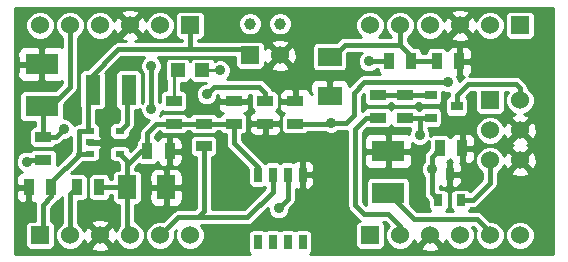
<source format=gtl>
G04 (created by PCBNEW (2013-05-31 BZR 4019)-stable) date 16/09/2013 19:50:50*
%MOIN*%
G04 Gerber Fmt 3.4, Leading zero omitted, Abs format*
%FSLAX34Y34*%
G01*
G70*
G90*
G04 APERTURE LIST*
%ADD10C,0.00590551*%
%ADD11R,0.06X0.06*%
%ADD12C,0.06*%
%ADD13R,0.025X0.05*%
%ADD14R,0.11X0.07*%
%ADD15R,0.055X0.035*%
%ADD16R,0.035X0.055*%
%ADD17R,0.03X0.02*%
%ADD18R,0.08X0.06*%
%ADD19R,0.06X0.08*%
%ADD20R,0.0394X0.0315*%
%ADD21R,0.0472X0.0472*%
%ADD22R,0.0315X0.0394*%
%ADD23C,0.0393701*%
%ADD24R,0.05X0.1*%
%ADD25C,0.035*%
%ADD26C,0.0354331*%
%ADD27C,0.015748*%
%ADD28C,0.015*%
%ADD29C,0.01*%
%ADD30C,0.023622*%
G04 APERTURE END LIST*
G54D10*
G54D11*
X61600Y-36100D03*
G54D12*
X60600Y-36100D03*
X59600Y-36100D03*
X58600Y-36100D03*
X57600Y-36100D03*
X56600Y-36100D03*
G54D11*
X50600Y-36100D03*
G54D12*
X49600Y-36100D03*
X48600Y-36100D03*
X47600Y-36100D03*
X46600Y-36100D03*
X45600Y-36100D03*
G54D11*
X45600Y-43100D03*
G54D12*
X46600Y-43100D03*
X47600Y-43100D03*
X48600Y-43100D03*
X49600Y-43100D03*
X50600Y-43100D03*
G54D11*
X56600Y-43100D03*
G54D12*
X57600Y-43100D03*
X58600Y-43100D03*
X59600Y-43100D03*
X60600Y-43100D03*
X61600Y-43100D03*
G54D13*
X52850Y-43327D03*
X53350Y-43327D03*
X53850Y-43327D03*
X54350Y-43327D03*
X53850Y-41075D03*
X54350Y-41075D03*
X53350Y-41075D03*
X52850Y-41075D03*
G54D14*
X57200Y-41700D03*
X57200Y-40300D03*
G54D15*
X57750Y-39175D03*
X57750Y-38425D03*
X56850Y-38425D03*
X56850Y-39175D03*
G54D16*
X57225Y-37300D03*
X57975Y-37300D03*
X58825Y-37300D03*
X59575Y-37300D03*
G54D15*
X54100Y-39375D03*
X54100Y-38625D03*
G54D17*
X47250Y-39625D03*
X47250Y-40375D03*
X48250Y-39625D03*
X47250Y-40000D03*
X48250Y-40375D03*
G54D16*
X47575Y-41500D03*
X46825Y-41500D03*
G54D18*
X55250Y-37150D03*
X55250Y-38450D03*
G54D15*
X52050Y-39375D03*
X52050Y-38625D03*
G54D16*
X45975Y-41500D03*
X45225Y-41500D03*
G54D19*
X48500Y-41500D03*
X49800Y-41500D03*
G54D16*
X49175Y-40300D03*
X49925Y-40300D03*
G54D20*
X59483Y-38800D03*
X58617Y-39175D03*
X58617Y-38425D03*
G54D14*
X45650Y-38800D03*
X45650Y-37400D03*
G54D15*
X45700Y-40575D03*
X45700Y-39825D03*
X51050Y-39375D03*
X51050Y-40125D03*
X53100Y-38625D03*
X53100Y-39375D03*
X50050Y-39375D03*
X50050Y-38625D03*
G54D21*
X50187Y-37600D03*
X51013Y-37600D03*
G54D16*
X58925Y-40200D03*
X59675Y-40200D03*
G54D22*
X59250Y-41067D03*
X59625Y-41933D03*
X58875Y-41933D03*
G54D11*
X60600Y-38600D03*
G54D12*
X61600Y-38600D03*
X60600Y-39600D03*
X61600Y-39600D03*
X60600Y-40600D03*
X61600Y-40600D03*
G54D11*
X52600Y-37100D03*
G54D12*
X53600Y-37100D03*
G54D23*
X52600Y-36050D03*
X53600Y-36050D03*
G54D24*
X47350Y-38250D03*
X48550Y-38250D03*
G54D25*
X46400Y-39550D03*
G54D26*
X51150Y-38400D03*
X59200Y-38000D03*
G54D25*
X55300Y-39350D03*
G54D26*
X51600Y-37600D03*
X49300Y-38900D03*
X58650Y-40900D03*
X49300Y-37450D03*
X53550Y-42200D03*
X58200Y-40450D03*
X58250Y-39750D03*
X45150Y-40650D03*
X56550Y-37300D03*
G54D27*
X45975Y-41500D02*
X45975Y-41325D01*
X45975Y-41325D02*
X46925Y-40375D01*
X45975Y-41500D02*
X45975Y-41800D01*
X45700Y-43000D02*
X45600Y-43100D01*
X45700Y-42075D02*
X45700Y-43000D01*
X45975Y-41800D02*
X45700Y-42075D01*
X47250Y-38250D02*
X47250Y-37850D01*
X48200Y-36900D02*
X50600Y-36900D01*
X47250Y-37850D02*
X48200Y-36900D01*
X50600Y-36900D02*
X50600Y-36100D01*
G54D28*
X50600Y-36100D02*
X50600Y-36900D01*
X50600Y-36900D02*
X50600Y-36900D01*
G54D27*
X50600Y-36900D02*
X52350Y-36900D01*
G54D28*
X47250Y-39625D02*
X46900Y-39625D01*
X46900Y-39625D02*
X46900Y-39625D01*
X46900Y-39625D02*
X46900Y-40400D01*
X46900Y-40400D02*
X46875Y-40375D01*
X46875Y-40375D02*
X46925Y-40375D01*
X46925Y-40375D02*
X47250Y-40375D01*
X47200Y-38500D02*
X47200Y-39575D01*
X47200Y-39575D02*
X47250Y-39625D01*
G54D27*
X57600Y-36100D02*
X57600Y-36750D01*
X55750Y-36750D02*
X55350Y-37150D01*
X57600Y-36750D02*
X55750Y-36750D01*
G54D29*
X57600Y-36750D02*
X57600Y-36750D01*
G54D27*
X57975Y-37300D02*
X58825Y-37300D01*
G54D29*
X57600Y-36100D02*
X57600Y-36750D01*
G54D27*
X57975Y-37125D02*
X57975Y-37300D01*
X57600Y-36750D02*
X57975Y-37125D01*
X45700Y-39825D02*
X46125Y-39825D01*
X46125Y-39825D02*
X46400Y-39550D01*
X45700Y-38800D02*
X45700Y-39050D01*
X45700Y-39050D02*
X46600Y-38150D01*
X46600Y-38150D02*
X46600Y-36000D01*
X45700Y-39825D02*
X45700Y-38800D01*
X53100Y-38625D02*
X53100Y-38350D01*
X53100Y-38350D02*
X52900Y-38150D01*
X52900Y-38150D02*
X51400Y-38150D01*
X51400Y-38150D02*
X51150Y-38400D01*
X55800Y-39350D02*
X55300Y-39350D01*
X56050Y-39100D02*
X55800Y-39350D01*
X56050Y-38350D02*
X56050Y-39100D01*
X56400Y-38000D02*
X56050Y-38350D01*
G54D29*
X56400Y-38000D02*
X56400Y-38000D01*
G54D27*
X59200Y-38000D02*
X56400Y-38000D01*
X54100Y-39375D02*
X55275Y-39375D01*
G54D29*
X55275Y-39375D02*
X55300Y-39350D01*
G54D30*
X60600Y-43100D02*
X60600Y-43000D01*
G54D27*
X60600Y-43000D02*
X60150Y-42550D01*
X60150Y-42550D02*
X58050Y-42550D01*
X58050Y-42550D02*
X57200Y-41700D01*
X59625Y-41933D02*
X60017Y-41933D01*
X60017Y-41933D02*
X60600Y-41350D01*
X60600Y-41350D02*
X60600Y-40600D01*
G54D29*
X51600Y-37600D02*
X51013Y-37600D01*
G54D27*
X49300Y-37450D02*
X49300Y-38900D01*
X58650Y-40900D02*
X58650Y-40475D01*
G54D29*
X58650Y-40475D02*
X58925Y-40200D01*
X58875Y-41933D02*
X58875Y-41925D01*
G54D27*
X58650Y-40475D02*
X58925Y-40200D01*
X58650Y-41700D02*
X58650Y-40475D01*
X58875Y-41925D02*
X58650Y-41700D01*
X57600Y-43100D02*
X57600Y-42800D01*
X57600Y-42800D02*
X57200Y-42400D01*
X57200Y-42400D02*
X56400Y-42400D01*
X56400Y-42400D02*
X56100Y-42100D01*
X56100Y-42100D02*
X56100Y-39550D01*
X56100Y-39550D02*
X56475Y-39175D01*
X56475Y-39175D02*
X56800Y-39175D01*
X51050Y-40125D02*
X51050Y-42300D01*
X51050Y-42300D02*
X50850Y-42500D01*
X49600Y-43100D02*
X50200Y-42500D01*
X50200Y-42500D02*
X50850Y-42500D01*
X53350Y-41650D02*
X53350Y-41075D01*
X51350Y-42500D02*
X52500Y-42500D01*
X50850Y-42500D02*
X51350Y-42500D01*
X52500Y-42500D02*
X53350Y-41650D01*
X46600Y-42050D02*
X46600Y-41725D01*
X46600Y-43100D02*
X46600Y-42050D01*
X46600Y-41725D02*
X46825Y-41500D01*
X53850Y-41075D02*
X53850Y-41900D01*
X53850Y-41900D02*
X53550Y-42200D01*
G54D28*
X57200Y-40300D02*
X58000Y-40300D01*
X58000Y-40300D02*
X58150Y-40450D01*
X58150Y-40450D02*
X58200Y-40450D01*
G54D27*
X56800Y-38425D02*
X57750Y-38425D01*
X57750Y-38425D02*
X58617Y-38425D01*
G54D29*
X50050Y-38625D02*
X50050Y-37737D01*
X50050Y-37737D02*
X50187Y-37600D01*
G54D27*
X48500Y-38500D02*
X48500Y-39375D01*
X48500Y-39375D02*
X48250Y-39625D01*
G54D28*
X47575Y-41500D02*
X48500Y-41500D01*
X58250Y-39175D02*
X58617Y-39175D01*
X58250Y-39750D02*
X58250Y-39175D01*
X57750Y-39175D02*
X58617Y-39175D01*
G54D27*
X52050Y-39375D02*
X52050Y-40025D01*
X52050Y-40025D02*
X52850Y-40825D01*
G54D28*
X51050Y-39375D02*
X52050Y-39375D01*
X50050Y-39375D02*
X51050Y-39375D01*
X49175Y-40300D02*
X49175Y-39675D01*
X49475Y-39375D02*
X50050Y-39375D01*
X49175Y-39675D02*
X49475Y-39375D01*
X49175Y-40300D02*
X48950Y-40300D01*
G54D27*
X48950Y-40300D02*
X48500Y-40750D01*
G54D28*
X48500Y-41500D02*
X48500Y-40750D01*
X48500Y-40750D02*
X48500Y-40625D01*
X48500Y-40625D02*
X48250Y-40375D01*
X48500Y-41500D02*
X48500Y-43000D01*
X48500Y-43000D02*
X48600Y-43100D01*
G54D27*
X45300Y-40600D02*
X45675Y-40600D01*
X45675Y-40600D02*
X45700Y-40575D01*
X45150Y-40650D02*
X45200Y-40600D01*
X45200Y-40600D02*
X45300Y-40600D01*
X61600Y-38600D02*
X61600Y-38200D01*
X59483Y-38417D02*
X59483Y-38800D01*
X59850Y-38050D02*
X59483Y-38417D01*
X61450Y-38050D02*
X59850Y-38050D01*
X61600Y-38200D02*
X61450Y-38050D01*
X56550Y-37300D02*
X57225Y-37300D01*
G54D10*
G36*
X58605Y-42283D02*
X58160Y-42283D01*
X58000Y-42123D01*
X58000Y-40699D01*
X58000Y-40412D01*
X57937Y-40350D01*
X57250Y-40350D01*
X57250Y-40837D01*
X57312Y-40900D01*
X57700Y-40900D01*
X57799Y-40899D01*
X57891Y-40861D01*
X57962Y-40791D01*
X58000Y-40699D01*
X58000Y-42123D01*
X57937Y-42060D01*
X57937Y-42012D01*
X57937Y-41312D01*
X57909Y-41243D01*
X57856Y-41190D01*
X57787Y-41162D01*
X57712Y-41162D01*
X57150Y-41162D01*
X57150Y-40837D01*
X57150Y-40350D01*
X57150Y-40250D01*
X57150Y-39762D01*
X57087Y-39700D01*
X56699Y-39699D01*
X56600Y-39700D01*
X56508Y-39738D01*
X56437Y-39808D01*
X56399Y-39900D01*
X56400Y-40187D01*
X56462Y-40250D01*
X57150Y-40250D01*
X57150Y-40350D01*
X56462Y-40350D01*
X56400Y-40412D01*
X56399Y-40699D01*
X56437Y-40791D01*
X56508Y-40861D01*
X56600Y-40899D01*
X56699Y-40900D01*
X57087Y-40900D01*
X57150Y-40837D01*
X57150Y-41162D01*
X56612Y-41162D01*
X56543Y-41190D01*
X56490Y-41243D01*
X56462Y-41312D01*
X56462Y-41387D01*
X56462Y-42085D01*
X56366Y-41989D01*
X56366Y-39660D01*
X56503Y-39523D01*
X56537Y-39537D01*
X56612Y-39537D01*
X57162Y-39537D01*
X57231Y-39509D01*
X57284Y-39456D01*
X57300Y-39418D01*
X57315Y-39456D01*
X57368Y-39509D01*
X57437Y-39537D01*
X57512Y-39537D01*
X57945Y-39537D01*
X57940Y-39542D01*
X57885Y-39677D01*
X57885Y-39735D01*
X57799Y-39700D01*
X57700Y-39699D01*
X57312Y-39700D01*
X57250Y-39762D01*
X57250Y-40250D01*
X57937Y-40250D01*
X58000Y-40187D01*
X58000Y-40016D01*
X58042Y-40059D01*
X58177Y-40114D01*
X58322Y-40115D01*
X58456Y-40059D01*
X58559Y-39957D01*
X58562Y-39949D01*
X58562Y-39962D01*
X58562Y-40185D01*
X58461Y-40286D01*
X58403Y-40373D01*
X58383Y-40475D01*
X58383Y-40650D01*
X58340Y-40692D01*
X58285Y-40827D01*
X58284Y-40972D01*
X58340Y-41106D01*
X58383Y-41149D01*
X58383Y-41700D01*
X58403Y-41801D01*
X58461Y-41888D01*
X58529Y-41956D01*
X58529Y-42167D01*
X58558Y-42236D01*
X58605Y-42283D01*
X58605Y-42283D01*
G37*
G54D29*
X58605Y-42283D02*
X58160Y-42283D01*
X58000Y-42123D01*
X58000Y-40699D01*
X58000Y-40412D01*
X57937Y-40350D01*
X57250Y-40350D01*
X57250Y-40837D01*
X57312Y-40900D01*
X57700Y-40900D01*
X57799Y-40899D01*
X57891Y-40861D01*
X57962Y-40791D01*
X58000Y-40699D01*
X58000Y-42123D01*
X57937Y-42060D01*
X57937Y-42012D01*
X57937Y-41312D01*
X57909Y-41243D01*
X57856Y-41190D01*
X57787Y-41162D01*
X57712Y-41162D01*
X57150Y-41162D01*
X57150Y-40837D01*
X57150Y-40350D01*
X57150Y-40250D01*
X57150Y-39762D01*
X57087Y-39700D01*
X56699Y-39699D01*
X56600Y-39700D01*
X56508Y-39738D01*
X56437Y-39808D01*
X56399Y-39900D01*
X56400Y-40187D01*
X56462Y-40250D01*
X57150Y-40250D01*
X57150Y-40350D01*
X56462Y-40350D01*
X56400Y-40412D01*
X56399Y-40699D01*
X56437Y-40791D01*
X56508Y-40861D01*
X56600Y-40899D01*
X56699Y-40900D01*
X57087Y-40900D01*
X57150Y-40837D01*
X57150Y-41162D01*
X56612Y-41162D01*
X56543Y-41190D01*
X56490Y-41243D01*
X56462Y-41312D01*
X56462Y-41387D01*
X56462Y-42085D01*
X56366Y-41989D01*
X56366Y-39660D01*
X56503Y-39523D01*
X56537Y-39537D01*
X56612Y-39537D01*
X57162Y-39537D01*
X57231Y-39509D01*
X57284Y-39456D01*
X57300Y-39418D01*
X57315Y-39456D01*
X57368Y-39509D01*
X57437Y-39537D01*
X57512Y-39537D01*
X57945Y-39537D01*
X57940Y-39542D01*
X57885Y-39677D01*
X57885Y-39735D01*
X57799Y-39700D01*
X57700Y-39699D01*
X57312Y-39700D01*
X57250Y-39762D01*
X57250Y-40250D01*
X57937Y-40250D01*
X58000Y-40187D01*
X58000Y-40016D01*
X58042Y-40059D01*
X58177Y-40114D01*
X58322Y-40115D01*
X58456Y-40059D01*
X58559Y-39957D01*
X58562Y-39949D01*
X58562Y-39962D01*
X58562Y-40185D01*
X58461Y-40286D01*
X58403Y-40373D01*
X58383Y-40475D01*
X58383Y-40650D01*
X58340Y-40692D01*
X58285Y-40827D01*
X58284Y-40972D01*
X58340Y-41106D01*
X58383Y-41149D01*
X58383Y-41700D01*
X58403Y-41801D01*
X58461Y-41888D01*
X58529Y-41956D01*
X58529Y-42167D01*
X58558Y-42236D01*
X58605Y-42283D01*
G54D10*
G36*
X62698Y-43732D02*
X62154Y-43732D01*
X62154Y-40681D01*
X62154Y-39681D01*
X62143Y-39463D01*
X62087Y-39328D01*
X62087Y-38503D01*
X62087Y-38503D01*
X62087Y-36362D01*
X62087Y-35762D01*
X62059Y-35693D01*
X62006Y-35640D01*
X61937Y-35612D01*
X61862Y-35612D01*
X61262Y-35612D01*
X61193Y-35640D01*
X61140Y-35693D01*
X61112Y-35762D01*
X61112Y-35837D01*
X61112Y-36437D01*
X61140Y-36506D01*
X61193Y-36559D01*
X61262Y-36587D01*
X61337Y-36587D01*
X61937Y-36587D01*
X62006Y-36559D01*
X62059Y-36506D01*
X62087Y-36437D01*
X62087Y-36362D01*
X62087Y-38503D01*
X62013Y-38324D01*
X61876Y-38186D01*
X61862Y-38180D01*
X61846Y-38098D01*
X61846Y-38098D01*
X61817Y-38054D01*
X61788Y-38011D01*
X61788Y-38011D01*
X61638Y-37861D01*
X61551Y-37803D01*
X61450Y-37783D01*
X61087Y-37783D01*
X61087Y-36003D01*
X61013Y-35824D01*
X60876Y-35686D01*
X60697Y-35612D01*
X60503Y-35612D01*
X60324Y-35686D01*
X60186Y-35823D01*
X60136Y-35944D01*
X60081Y-35812D01*
X59985Y-35784D01*
X59915Y-35855D01*
X59915Y-35714D01*
X59887Y-35618D01*
X59681Y-35545D01*
X59463Y-35556D01*
X59312Y-35618D01*
X59284Y-35714D01*
X59600Y-36029D01*
X59915Y-35714D01*
X59915Y-35855D01*
X59670Y-36100D01*
X59985Y-36415D01*
X60081Y-36387D01*
X60132Y-36245D01*
X60186Y-36375D01*
X60323Y-36513D01*
X60502Y-36587D01*
X60696Y-36587D01*
X60875Y-36513D01*
X61013Y-36376D01*
X61087Y-36197D01*
X61087Y-36003D01*
X61087Y-37783D01*
X59895Y-37783D01*
X59961Y-37716D01*
X59999Y-37624D01*
X60000Y-37525D01*
X60000Y-37074D01*
X59999Y-36975D01*
X59961Y-36883D01*
X59915Y-36836D01*
X59915Y-36485D01*
X59600Y-36170D01*
X59529Y-36241D01*
X59529Y-36100D01*
X59214Y-35784D01*
X59118Y-35812D01*
X59067Y-35954D01*
X59013Y-35824D01*
X58876Y-35686D01*
X58697Y-35612D01*
X58503Y-35612D01*
X58324Y-35686D01*
X58186Y-35823D01*
X58112Y-36002D01*
X58112Y-36196D01*
X58186Y-36375D01*
X58323Y-36513D01*
X58502Y-36587D01*
X58696Y-36587D01*
X58875Y-36513D01*
X59013Y-36376D01*
X59063Y-36255D01*
X59118Y-36387D01*
X59214Y-36415D01*
X59529Y-36100D01*
X59529Y-36241D01*
X59284Y-36485D01*
X59312Y-36581D01*
X59518Y-36654D01*
X59736Y-36643D01*
X59887Y-36581D01*
X59915Y-36485D01*
X59915Y-36836D01*
X59891Y-36812D01*
X59799Y-36774D01*
X59687Y-36775D01*
X59625Y-36837D01*
X59625Y-37250D01*
X59937Y-37250D01*
X60000Y-37187D01*
X60000Y-37074D01*
X60000Y-37525D01*
X60000Y-37412D01*
X59937Y-37350D01*
X59625Y-37350D01*
X59625Y-37762D01*
X59687Y-37825D01*
X59716Y-37825D01*
X59661Y-37861D01*
X59564Y-37958D01*
X59565Y-37927D01*
X59509Y-37793D01*
X59501Y-37785D01*
X59525Y-37762D01*
X59525Y-37350D01*
X59517Y-37350D01*
X59517Y-37250D01*
X59525Y-37250D01*
X59525Y-36837D01*
X59462Y-36775D01*
X59350Y-36774D01*
X59258Y-36812D01*
X59188Y-36883D01*
X59166Y-36935D01*
X59159Y-36918D01*
X59106Y-36865D01*
X59037Y-36837D01*
X58962Y-36837D01*
X58612Y-36837D01*
X58543Y-36865D01*
X58490Y-36918D01*
X58462Y-36987D01*
X58462Y-37033D01*
X58337Y-37033D01*
X58337Y-36987D01*
X58309Y-36918D01*
X58256Y-36865D01*
X58187Y-36837D01*
X58112Y-36837D01*
X58064Y-36837D01*
X57866Y-36639D01*
X57866Y-36517D01*
X57875Y-36513D01*
X58013Y-36376D01*
X58087Y-36197D01*
X58087Y-36003D01*
X58013Y-35824D01*
X57876Y-35686D01*
X57697Y-35612D01*
X57503Y-35612D01*
X57324Y-35686D01*
X57186Y-35823D01*
X57112Y-36002D01*
X57112Y-36196D01*
X57186Y-36375D01*
X57293Y-36483D01*
X56906Y-36483D01*
X57013Y-36376D01*
X57087Y-36197D01*
X57087Y-36003D01*
X57013Y-35824D01*
X56876Y-35686D01*
X56697Y-35612D01*
X56503Y-35612D01*
X56324Y-35686D01*
X56186Y-35823D01*
X56112Y-36002D01*
X56112Y-36196D01*
X56186Y-36375D01*
X56293Y-36483D01*
X55750Y-36483D01*
X55648Y-36503D01*
X55561Y-36561D01*
X55460Y-36662D01*
X54812Y-36662D01*
X54743Y-36690D01*
X54690Y-36743D01*
X54662Y-36812D01*
X54662Y-36887D01*
X54662Y-37487D01*
X54690Y-37556D01*
X54743Y-37609D01*
X54812Y-37637D01*
X54887Y-37637D01*
X55687Y-37637D01*
X55756Y-37609D01*
X55809Y-37556D01*
X55837Y-37487D01*
X55837Y-37412D01*
X55837Y-37039D01*
X55860Y-37016D01*
X56317Y-37016D01*
X56240Y-37092D01*
X56185Y-37227D01*
X56184Y-37372D01*
X56240Y-37506D01*
X56342Y-37609D01*
X56477Y-37664D01*
X56622Y-37665D01*
X56756Y-37609D01*
X56799Y-37566D01*
X56862Y-37566D01*
X56862Y-37612D01*
X56890Y-37681D01*
X56942Y-37733D01*
X56400Y-37733D01*
X56298Y-37753D01*
X56211Y-37811D01*
X55900Y-38123D01*
X55900Y-38100D01*
X55862Y-38008D01*
X55791Y-37938D01*
X55699Y-37900D01*
X55600Y-37899D01*
X55362Y-37900D01*
X55300Y-37962D01*
X55300Y-38400D01*
X55307Y-38400D01*
X55307Y-38500D01*
X55300Y-38500D01*
X55300Y-38507D01*
X55200Y-38507D01*
X55200Y-38500D01*
X55192Y-38500D01*
X55192Y-38400D01*
X55200Y-38400D01*
X55200Y-37962D01*
X55137Y-37900D01*
X54899Y-37899D01*
X54800Y-37900D01*
X54708Y-37938D01*
X54637Y-38008D01*
X54599Y-38100D01*
X54600Y-38337D01*
X54662Y-38399D01*
X54624Y-38399D01*
X54587Y-38308D01*
X54516Y-38238D01*
X54424Y-38200D01*
X54325Y-38199D01*
X54212Y-38200D01*
X54154Y-38257D01*
X54154Y-37181D01*
X54143Y-36963D01*
X54081Y-36812D01*
X53985Y-36784D01*
X53984Y-36785D01*
X53984Y-35973D01*
X53926Y-35832D01*
X53818Y-35724D01*
X53676Y-35665D01*
X53523Y-35665D01*
X53382Y-35723D01*
X53274Y-35831D01*
X53215Y-35973D01*
X53215Y-36126D01*
X53273Y-36267D01*
X53381Y-36375D01*
X53523Y-36434D01*
X53676Y-36434D01*
X53817Y-36376D01*
X53925Y-36268D01*
X53984Y-36126D01*
X53984Y-35973D01*
X53984Y-36785D01*
X53915Y-36855D01*
X53915Y-36714D01*
X53887Y-36618D01*
X53681Y-36545D01*
X53463Y-36556D01*
X53312Y-36618D01*
X53284Y-36714D01*
X53600Y-37029D01*
X53915Y-36714D01*
X53915Y-36855D01*
X53670Y-37100D01*
X53985Y-37415D01*
X54081Y-37387D01*
X54154Y-37181D01*
X54154Y-38257D01*
X54150Y-38262D01*
X54150Y-38575D01*
X54157Y-38575D01*
X54157Y-38675D01*
X54150Y-38675D01*
X54150Y-38682D01*
X54050Y-38682D01*
X54050Y-38675D01*
X54050Y-38575D01*
X54050Y-38262D01*
X53987Y-38200D01*
X53915Y-38199D01*
X53915Y-37485D01*
X53600Y-37170D01*
X53284Y-37485D01*
X53312Y-37581D01*
X53518Y-37654D01*
X53736Y-37643D01*
X53887Y-37581D01*
X53915Y-37485D01*
X53915Y-38199D01*
X53874Y-38199D01*
X53775Y-38200D01*
X53683Y-38238D01*
X53612Y-38308D01*
X53574Y-38400D01*
X53575Y-38512D01*
X53637Y-38575D01*
X54050Y-38575D01*
X54050Y-38675D01*
X53637Y-38675D01*
X53575Y-38737D01*
X53574Y-38849D01*
X53612Y-38941D01*
X53683Y-39011D01*
X53735Y-39033D01*
X53718Y-39040D01*
X53665Y-39093D01*
X53637Y-39162D01*
X53637Y-39237D01*
X53637Y-39587D01*
X53665Y-39656D01*
X53718Y-39709D01*
X53787Y-39737D01*
X53862Y-39737D01*
X54412Y-39737D01*
X54481Y-39709D01*
X54534Y-39656D01*
X54540Y-39641D01*
X55078Y-39641D01*
X55094Y-39657D01*
X55227Y-39712D01*
X55371Y-39712D01*
X55505Y-39657D01*
X55546Y-39616D01*
X55800Y-39616D01*
X55833Y-39609D01*
X55833Y-42100D01*
X55853Y-42201D01*
X55911Y-42288D01*
X56211Y-42588D01*
X56211Y-42588D01*
X56253Y-42616D01*
X56193Y-42640D01*
X56140Y-42693D01*
X56112Y-42762D01*
X56112Y-42837D01*
X56112Y-43437D01*
X56140Y-43506D01*
X56193Y-43559D01*
X56262Y-43587D01*
X56337Y-43587D01*
X56937Y-43587D01*
X57006Y-43559D01*
X57059Y-43506D01*
X57087Y-43437D01*
X57087Y-43362D01*
X57087Y-42762D01*
X57059Y-42693D01*
X57032Y-42666D01*
X57089Y-42666D01*
X57216Y-42793D01*
X57186Y-42823D01*
X57112Y-43002D01*
X57112Y-43196D01*
X57186Y-43375D01*
X57323Y-43513D01*
X57502Y-43587D01*
X57696Y-43587D01*
X57875Y-43513D01*
X58013Y-43376D01*
X58063Y-43255D01*
X58118Y-43387D01*
X58214Y-43415D01*
X58529Y-43100D01*
X58523Y-43094D01*
X58594Y-43023D01*
X58600Y-43029D01*
X58605Y-43023D01*
X58676Y-43094D01*
X58670Y-43100D01*
X58985Y-43415D01*
X59081Y-43387D01*
X59132Y-43245D01*
X59186Y-43375D01*
X59323Y-43513D01*
X59502Y-43587D01*
X59696Y-43587D01*
X59875Y-43513D01*
X60013Y-43376D01*
X60087Y-43197D01*
X60087Y-43003D01*
X60013Y-42824D01*
X60006Y-42816D01*
X60039Y-42816D01*
X60145Y-42922D01*
X60112Y-43002D01*
X60112Y-43196D01*
X60186Y-43375D01*
X60323Y-43513D01*
X60502Y-43587D01*
X60696Y-43587D01*
X60875Y-43513D01*
X61013Y-43376D01*
X61087Y-43197D01*
X61087Y-43003D01*
X61013Y-42824D01*
X60876Y-42686D01*
X60697Y-42612D01*
X60589Y-42612D01*
X60338Y-42361D01*
X60251Y-42303D01*
X60150Y-42283D01*
X59894Y-42283D01*
X59941Y-42236D01*
X59956Y-42199D01*
X60017Y-42199D01*
X60118Y-42179D01*
X60118Y-42179D01*
X60205Y-42121D01*
X60788Y-41538D01*
X60788Y-41538D01*
X60846Y-41451D01*
X60866Y-41350D01*
X60866Y-41350D01*
X60866Y-41017D01*
X60875Y-41013D01*
X61013Y-40876D01*
X61063Y-40755D01*
X61118Y-40887D01*
X61214Y-40915D01*
X61529Y-40600D01*
X61214Y-40284D01*
X61118Y-40312D01*
X61067Y-40454D01*
X61013Y-40324D01*
X60876Y-40186D01*
X60697Y-40112D01*
X60503Y-40112D01*
X60324Y-40186D01*
X60186Y-40323D01*
X60112Y-40502D01*
X60112Y-40696D01*
X60186Y-40875D01*
X60323Y-41013D01*
X60333Y-41017D01*
X60333Y-41239D01*
X60100Y-41473D01*
X60100Y-40425D01*
X60100Y-39974D01*
X60099Y-39875D01*
X60061Y-39783D01*
X59991Y-39712D01*
X59899Y-39674D01*
X59787Y-39675D01*
X59725Y-39737D01*
X59725Y-40150D01*
X60037Y-40150D01*
X60100Y-40087D01*
X60100Y-39974D01*
X60100Y-40425D01*
X60100Y-40312D01*
X60037Y-40250D01*
X59725Y-40250D01*
X59725Y-40662D01*
X59787Y-40725D01*
X59899Y-40725D01*
X59991Y-40687D01*
X60061Y-40616D01*
X60099Y-40524D01*
X60100Y-40425D01*
X60100Y-41473D01*
X59942Y-41630D01*
X59941Y-41629D01*
X59889Y-41576D01*
X59820Y-41548D01*
X59745Y-41548D01*
X59657Y-41548D01*
X59657Y-41214D01*
X59657Y-41179D01*
X59595Y-41117D01*
X59300Y-41117D01*
X59300Y-41451D01*
X59362Y-41514D01*
X59457Y-41514D01*
X59548Y-41476D01*
X59619Y-41405D01*
X59657Y-41313D01*
X59657Y-41214D01*
X59657Y-41548D01*
X59430Y-41548D01*
X59361Y-41576D01*
X59308Y-41629D01*
X59279Y-41698D01*
X59279Y-41773D01*
X59279Y-42167D01*
X59308Y-42236D01*
X59355Y-42283D01*
X59144Y-42283D01*
X59191Y-42236D01*
X59220Y-42167D01*
X59220Y-42092D01*
X59220Y-41698D01*
X59191Y-41629D01*
X59139Y-41576D01*
X59070Y-41548D01*
X58995Y-41548D01*
X58916Y-41548D01*
X58916Y-41441D01*
X58951Y-41476D01*
X59042Y-41514D01*
X59137Y-41514D01*
X59200Y-41451D01*
X59200Y-41117D01*
X59192Y-41117D01*
X59192Y-41017D01*
X59200Y-41017D01*
X59200Y-40682D01*
X59167Y-40650D01*
X59206Y-40634D01*
X59259Y-40581D01*
X59266Y-40564D01*
X59288Y-40616D01*
X59326Y-40655D01*
X59300Y-40682D01*
X59300Y-41017D01*
X59595Y-41017D01*
X59657Y-40954D01*
X59657Y-40919D01*
X59657Y-40820D01*
X59619Y-40728D01*
X59589Y-40698D01*
X59625Y-40662D01*
X59625Y-40250D01*
X59617Y-40250D01*
X59617Y-40150D01*
X59625Y-40150D01*
X59625Y-39737D01*
X59562Y-39675D01*
X59450Y-39674D01*
X59358Y-39712D01*
X59288Y-39783D01*
X59266Y-39835D01*
X59259Y-39818D01*
X59206Y-39765D01*
X59137Y-39737D01*
X59062Y-39737D01*
X58712Y-39737D01*
X58643Y-39765D01*
X58614Y-39794D01*
X58615Y-39677D01*
X58559Y-39543D01*
X58536Y-39520D01*
X58851Y-39520D01*
X58920Y-39491D01*
X58973Y-39439D01*
X59001Y-39370D01*
X59001Y-39295D01*
X59001Y-38980D01*
X58973Y-38911D01*
X58920Y-38858D01*
X58851Y-38829D01*
X58776Y-38829D01*
X58382Y-38829D01*
X58313Y-38858D01*
X58260Y-38910D01*
X58260Y-38912D01*
X58250Y-38912D01*
X58191Y-38912D01*
X58184Y-38893D01*
X58131Y-38840D01*
X58062Y-38812D01*
X57987Y-38812D01*
X57437Y-38812D01*
X57368Y-38840D01*
X57315Y-38893D01*
X57299Y-38931D01*
X57284Y-38893D01*
X57231Y-38840D01*
X57162Y-38812D01*
X57087Y-38812D01*
X56537Y-38812D01*
X56468Y-38840D01*
X56415Y-38893D01*
X56403Y-38922D01*
X56373Y-38928D01*
X56329Y-38957D01*
X56316Y-38966D01*
X56316Y-38460D01*
X56387Y-38389D01*
X56387Y-38637D01*
X56415Y-38706D01*
X56468Y-38759D01*
X56537Y-38787D01*
X56612Y-38787D01*
X57162Y-38787D01*
X57231Y-38759D01*
X57284Y-38706D01*
X57290Y-38691D01*
X57309Y-38691D01*
X57315Y-38706D01*
X57368Y-38759D01*
X57437Y-38787D01*
X57512Y-38787D01*
X58062Y-38787D01*
X58131Y-38759D01*
X58184Y-38706D01*
X58190Y-38691D01*
X58263Y-38691D01*
X58313Y-38741D01*
X58382Y-38770D01*
X58457Y-38770D01*
X58851Y-38770D01*
X58920Y-38741D01*
X58973Y-38689D01*
X59001Y-38620D01*
X59001Y-38545D01*
X59001Y-38312D01*
X59127Y-38364D01*
X59226Y-38364D01*
X59216Y-38417D01*
X59216Y-38468D01*
X59179Y-38483D01*
X59126Y-38535D01*
X59098Y-38604D01*
X59098Y-38679D01*
X59098Y-38994D01*
X59126Y-39063D01*
X59179Y-39116D01*
X59248Y-39145D01*
X59323Y-39145D01*
X59717Y-39145D01*
X59786Y-39116D01*
X59839Y-39064D01*
X59867Y-38995D01*
X59867Y-38920D01*
X59867Y-38605D01*
X59839Y-38536D01*
X59790Y-38486D01*
X59960Y-38316D01*
X60112Y-38316D01*
X60112Y-38337D01*
X60112Y-38937D01*
X60140Y-39006D01*
X60193Y-39059D01*
X60262Y-39087D01*
X60337Y-39087D01*
X60937Y-39087D01*
X61006Y-39059D01*
X61059Y-39006D01*
X61087Y-38937D01*
X61087Y-38862D01*
X61087Y-38316D01*
X61193Y-38316D01*
X61186Y-38323D01*
X61112Y-38502D01*
X61112Y-38696D01*
X61186Y-38875D01*
X61323Y-39013D01*
X61444Y-39063D01*
X61312Y-39118D01*
X61284Y-39214D01*
X61600Y-39529D01*
X61915Y-39214D01*
X61887Y-39118D01*
X61745Y-39067D01*
X61875Y-39013D01*
X62013Y-38876D01*
X62087Y-38697D01*
X62087Y-38503D01*
X62087Y-39328D01*
X62081Y-39312D01*
X61985Y-39284D01*
X61670Y-39600D01*
X61985Y-39915D01*
X62081Y-39887D01*
X62154Y-39681D01*
X62154Y-40681D01*
X62143Y-40463D01*
X62081Y-40312D01*
X61985Y-40284D01*
X61915Y-40355D01*
X61915Y-40214D01*
X61887Y-40118D01*
X61839Y-40101D01*
X61887Y-40081D01*
X61915Y-39985D01*
X61600Y-39670D01*
X61529Y-39741D01*
X61529Y-39600D01*
X61214Y-39284D01*
X61118Y-39312D01*
X61067Y-39454D01*
X61013Y-39324D01*
X60876Y-39186D01*
X60697Y-39112D01*
X60503Y-39112D01*
X60324Y-39186D01*
X60186Y-39323D01*
X60112Y-39502D01*
X60112Y-39696D01*
X60186Y-39875D01*
X60323Y-40013D01*
X60502Y-40087D01*
X60696Y-40087D01*
X60875Y-40013D01*
X61013Y-39876D01*
X61063Y-39755D01*
X61118Y-39887D01*
X61214Y-39915D01*
X61529Y-39600D01*
X61529Y-39741D01*
X61284Y-39985D01*
X61312Y-40081D01*
X61360Y-40098D01*
X61312Y-40118D01*
X61284Y-40214D01*
X61600Y-40529D01*
X61915Y-40214D01*
X61915Y-40355D01*
X61670Y-40600D01*
X61985Y-40915D01*
X62081Y-40887D01*
X62154Y-40681D01*
X62154Y-43732D01*
X62087Y-43732D01*
X62087Y-43003D01*
X62013Y-42824D01*
X61915Y-42725D01*
X61915Y-40985D01*
X61600Y-40670D01*
X61284Y-40985D01*
X61312Y-41081D01*
X61518Y-41154D01*
X61736Y-41143D01*
X61887Y-41081D01*
X61915Y-40985D01*
X61915Y-42725D01*
X61876Y-42686D01*
X61697Y-42612D01*
X61503Y-42612D01*
X61324Y-42686D01*
X61186Y-42823D01*
X61112Y-43002D01*
X61112Y-43196D01*
X61186Y-43375D01*
X61323Y-43513D01*
X61502Y-43587D01*
X61696Y-43587D01*
X61875Y-43513D01*
X62013Y-43376D01*
X62087Y-43197D01*
X62087Y-43003D01*
X62087Y-43732D01*
X58915Y-43732D01*
X58915Y-43485D01*
X58600Y-43170D01*
X58284Y-43485D01*
X58312Y-43581D01*
X58518Y-43654D01*
X58736Y-43643D01*
X58887Y-43581D01*
X58915Y-43485D01*
X58915Y-43732D01*
X54725Y-43732D01*
X54725Y-41374D01*
X54725Y-40775D01*
X54687Y-40683D01*
X54616Y-40613D01*
X54524Y-40575D01*
X54425Y-40574D01*
X54462Y-40575D01*
X54400Y-40637D01*
X54400Y-41025D01*
X54662Y-41025D01*
X54725Y-40962D01*
X54725Y-40775D01*
X54725Y-41374D01*
X54725Y-41187D01*
X54662Y-41125D01*
X54400Y-41125D01*
X54400Y-41512D01*
X54462Y-41575D01*
X54425Y-41575D01*
X54524Y-41574D01*
X54616Y-41536D01*
X54687Y-41466D01*
X54725Y-41374D01*
X54725Y-43732D01*
X54584Y-43732D01*
X54634Y-43683D01*
X54662Y-43614D01*
X54662Y-43539D01*
X54662Y-43039D01*
X54634Y-42970D01*
X54581Y-42917D01*
X54512Y-42889D01*
X54437Y-42889D01*
X54300Y-42889D01*
X54300Y-41512D01*
X54300Y-41125D01*
X54292Y-41125D01*
X54292Y-41025D01*
X54300Y-41025D01*
X54300Y-40637D01*
X54237Y-40575D01*
X54274Y-40574D01*
X54175Y-40575D01*
X54083Y-40613D01*
X54045Y-40650D01*
X54012Y-40637D01*
X53937Y-40637D01*
X53687Y-40637D01*
X53625Y-40663D01*
X53625Y-39599D01*
X53625Y-39487D01*
X53562Y-39425D01*
X53150Y-39425D01*
X53150Y-39737D01*
X53212Y-39800D01*
X53325Y-39800D01*
X53424Y-39799D01*
X53516Y-39761D01*
X53587Y-39691D01*
X53625Y-39599D01*
X53625Y-40663D01*
X53618Y-40665D01*
X53600Y-40684D01*
X53581Y-40665D01*
X53512Y-40637D01*
X53437Y-40637D01*
X53187Y-40637D01*
X53118Y-40665D01*
X53100Y-40684D01*
X53081Y-40665D01*
X53050Y-40652D01*
X53050Y-39737D01*
X53050Y-39425D01*
X52637Y-39425D01*
X52575Y-39487D01*
X52574Y-39599D01*
X52612Y-39691D01*
X52683Y-39761D01*
X52775Y-39799D01*
X52874Y-39800D01*
X52987Y-39800D01*
X53050Y-39737D01*
X53050Y-40652D01*
X53049Y-40652D01*
X53038Y-40636D01*
X52316Y-39914D01*
X52316Y-39737D01*
X52362Y-39737D01*
X52431Y-39709D01*
X52484Y-39656D01*
X52512Y-39587D01*
X52512Y-39512D01*
X52512Y-39162D01*
X52484Y-39093D01*
X52431Y-39040D01*
X52414Y-39033D01*
X52466Y-39011D01*
X52537Y-38941D01*
X52575Y-38849D01*
X52575Y-38737D01*
X52512Y-38675D01*
X52100Y-38675D01*
X52100Y-38682D01*
X52000Y-38682D01*
X52000Y-38675D01*
X51587Y-38675D01*
X51525Y-38737D01*
X51524Y-38849D01*
X51562Y-38941D01*
X51633Y-39011D01*
X51685Y-39033D01*
X51668Y-39040D01*
X51615Y-39093D01*
X51608Y-39112D01*
X51491Y-39112D01*
X51484Y-39093D01*
X51431Y-39040D01*
X51362Y-39012D01*
X51287Y-39012D01*
X50737Y-39012D01*
X50668Y-39040D01*
X50615Y-39093D01*
X50608Y-39112D01*
X50491Y-39112D01*
X50484Y-39093D01*
X50431Y-39040D01*
X50362Y-39012D01*
X50287Y-39012D01*
X49737Y-39012D01*
X49668Y-39040D01*
X49615Y-39093D01*
X49608Y-39112D01*
X49604Y-39112D01*
X49609Y-39107D01*
X49664Y-38972D01*
X49664Y-38955D01*
X49668Y-38959D01*
X49737Y-38987D01*
X49812Y-38987D01*
X50362Y-38987D01*
X50431Y-38959D01*
X50484Y-38906D01*
X50512Y-38837D01*
X50512Y-38762D01*
X50512Y-38412D01*
X50484Y-38343D01*
X50431Y-38290D01*
X50362Y-38262D01*
X50287Y-38262D01*
X50287Y-38262D01*
X50287Y-38023D01*
X50460Y-38023D01*
X50529Y-37995D01*
X50582Y-37942D01*
X50600Y-37899D01*
X50617Y-37942D01*
X50670Y-37995D01*
X50739Y-38023D01*
X50814Y-38023D01*
X51149Y-38023D01*
X51138Y-38035D01*
X51077Y-38034D01*
X50943Y-38090D01*
X50840Y-38192D01*
X50785Y-38327D01*
X50784Y-38472D01*
X50840Y-38606D01*
X50942Y-38709D01*
X51077Y-38764D01*
X51222Y-38765D01*
X51356Y-38709D01*
X51459Y-38607D01*
X51514Y-38472D01*
X51514Y-38416D01*
X51524Y-38416D01*
X51525Y-38512D01*
X51587Y-38575D01*
X52000Y-38575D01*
X52000Y-38567D01*
X52100Y-38567D01*
X52100Y-38575D01*
X52512Y-38575D01*
X52575Y-38512D01*
X52575Y-38416D01*
X52637Y-38416D01*
X52637Y-38487D01*
X52637Y-38837D01*
X52665Y-38906D01*
X52718Y-38959D01*
X52735Y-38966D01*
X52683Y-38988D01*
X52612Y-39058D01*
X52574Y-39150D01*
X52575Y-39262D01*
X52637Y-39325D01*
X53050Y-39325D01*
X53050Y-39317D01*
X53150Y-39317D01*
X53150Y-39325D01*
X53562Y-39325D01*
X53625Y-39262D01*
X53625Y-39150D01*
X53587Y-39058D01*
X53516Y-38988D01*
X53464Y-38966D01*
X53481Y-38959D01*
X53534Y-38906D01*
X53562Y-38837D01*
X53562Y-38762D01*
X53562Y-38412D01*
X53534Y-38343D01*
X53481Y-38290D01*
X53412Y-38262D01*
X53349Y-38262D01*
X53346Y-38248D01*
X53346Y-38248D01*
X53317Y-38204D01*
X53288Y-38161D01*
X53288Y-38161D01*
X53088Y-37961D01*
X53001Y-37903D01*
X52900Y-37883D01*
X51832Y-37883D01*
X51909Y-37807D01*
X51964Y-37672D01*
X51965Y-37527D01*
X51909Y-37393D01*
X51807Y-37290D01*
X51672Y-37235D01*
X51527Y-37234D01*
X51417Y-37280D01*
X51408Y-37257D01*
X51355Y-37204D01*
X51286Y-37176D01*
X51211Y-37176D01*
X50739Y-37176D01*
X50670Y-37204D01*
X50617Y-37257D01*
X50599Y-37300D01*
X50582Y-37257D01*
X50529Y-37204D01*
X50460Y-37176D01*
X50385Y-37176D01*
X49913Y-37176D01*
X49844Y-37204D01*
X49791Y-37257D01*
X49763Y-37326D01*
X49763Y-37401D01*
X49763Y-37873D01*
X49791Y-37942D01*
X49812Y-37962D01*
X49812Y-38262D01*
X49737Y-38262D01*
X49668Y-38290D01*
X49615Y-38343D01*
X49587Y-38412D01*
X49587Y-38487D01*
X49587Y-38671D01*
X49566Y-38650D01*
X49566Y-37699D01*
X49609Y-37657D01*
X49664Y-37522D01*
X49665Y-37377D01*
X49609Y-37243D01*
X49532Y-37166D01*
X50600Y-37166D01*
X52112Y-37166D01*
X52112Y-37437D01*
X52140Y-37506D01*
X52193Y-37559D01*
X52262Y-37587D01*
X52337Y-37587D01*
X52937Y-37587D01*
X53006Y-37559D01*
X53059Y-37506D01*
X53087Y-37437D01*
X53087Y-37362D01*
X53087Y-37313D01*
X53118Y-37387D01*
X53214Y-37415D01*
X53529Y-37100D01*
X53214Y-36784D01*
X53118Y-36812D01*
X53087Y-36898D01*
X53087Y-36762D01*
X53059Y-36693D01*
X53006Y-36640D01*
X52984Y-36631D01*
X52984Y-35973D01*
X52926Y-35832D01*
X52818Y-35724D01*
X52676Y-35665D01*
X52523Y-35665D01*
X52382Y-35723D01*
X52274Y-35831D01*
X52215Y-35973D01*
X52215Y-36126D01*
X52273Y-36267D01*
X52381Y-36375D01*
X52523Y-36434D01*
X52676Y-36434D01*
X52817Y-36376D01*
X52925Y-36268D01*
X52984Y-36126D01*
X52984Y-35973D01*
X52984Y-36631D01*
X52937Y-36612D01*
X52862Y-36612D01*
X52262Y-36612D01*
X52211Y-36633D01*
X50866Y-36633D01*
X50866Y-36587D01*
X50937Y-36587D01*
X51006Y-36559D01*
X51059Y-36506D01*
X51087Y-36437D01*
X51087Y-36362D01*
X51087Y-35762D01*
X51059Y-35693D01*
X51006Y-35640D01*
X50937Y-35612D01*
X50862Y-35612D01*
X50262Y-35612D01*
X50193Y-35640D01*
X50140Y-35693D01*
X50112Y-35762D01*
X50112Y-35837D01*
X50112Y-36437D01*
X50140Y-36506D01*
X50193Y-36559D01*
X50262Y-36587D01*
X50333Y-36587D01*
X50333Y-36633D01*
X50087Y-36633D01*
X50087Y-36003D01*
X50013Y-35824D01*
X49876Y-35686D01*
X49697Y-35612D01*
X49503Y-35612D01*
X49324Y-35686D01*
X49186Y-35823D01*
X49136Y-35944D01*
X49081Y-35812D01*
X48985Y-35784D01*
X48915Y-35855D01*
X48915Y-35714D01*
X48887Y-35618D01*
X48681Y-35545D01*
X48463Y-35556D01*
X48312Y-35618D01*
X48284Y-35714D01*
X48600Y-36029D01*
X48915Y-35714D01*
X48915Y-35855D01*
X48670Y-36100D01*
X48985Y-36415D01*
X49081Y-36387D01*
X49132Y-36245D01*
X49186Y-36375D01*
X49323Y-36513D01*
X49502Y-36587D01*
X49696Y-36587D01*
X49875Y-36513D01*
X50013Y-36376D01*
X50087Y-36197D01*
X50087Y-36003D01*
X50087Y-36633D01*
X48761Y-36633D01*
X48887Y-36581D01*
X48915Y-36485D01*
X48600Y-36170D01*
X48529Y-36241D01*
X48529Y-36100D01*
X48214Y-35784D01*
X48118Y-35812D01*
X48067Y-35954D01*
X48013Y-35824D01*
X47876Y-35686D01*
X47697Y-35612D01*
X47503Y-35612D01*
X47324Y-35686D01*
X47186Y-35823D01*
X47112Y-36002D01*
X47112Y-36196D01*
X47186Y-36375D01*
X47323Y-36513D01*
X47502Y-36587D01*
X47696Y-36587D01*
X47875Y-36513D01*
X48013Y-36376D01*
X48063Y-36255D01*
X48118Y-36387D01*
X48214Y-36415D01*
X48529Y-36100D01*
X48529Y-36241D01*
X48284Y-36485D01*
X48312Y-36581D01*
X48458Y-36633D01*
X48200Y-36633D01*
X48098Y-36653D01*
X48054Y-36682D01*
X48011Y-36711D01*
X47160Y-37562D01*
X47062Y-37562D01*
X46993Y-37590D01*
X46940Y-37643D01*
X46912Y-37712D01*
X46912Y-37787D01*
X46912Y-38787D01*
X46937Y-38847D01*
X46937Y-39362D01*
X46900Y-39362D01*
X46799Y-39382D01*
X46739Y-39422D01*
X46707Y-39344D01*
X46605Y-39242D01*
X46472Y-39187D01*
X46387Y-39187D01*
X46387Y-39112D01*
X46387Y-38739D01*
X46788Y-38338D01*
X46846Y-38251D01*
X46846Y-38251D01*
X46866Y-38150D01*
X46866Y-38150D01*
X46866Y-36517D01*
X46875Y-36513D01*
X47013Y-36376D01*
X47087Y-36197D01*
X47087Y-36003D01*
X47013Y-35824D01*
X46876Y-35686D01*
X46697Y-35612D01*
X46503Y-35612D01*
X46324Y-35686D01*
X46186Y-35823D01*
X46112Y-36002D01*
X46112Y-36196D01*
X46186Y-36375D01*
X46323Y-36513D01*
X46333Y-36517D01*
X46333Y-36834D01*
X46249Y-36800D01*
X46150Y-36799D01*
X46087Y-36799D01*
X46087Y-36003D01*
X46013Y-35824D01*
X45876Y-35686D01*
X45697Y-35612D01*
X45503Y-35612D01*
X45324Y-35686D01*
X45186Y-35823D01*
X45112Y-36002D01*
X45112Y-36196D01*
X45186Y-36375D01*
X45323Y-36513D01*
X45502Y-36587D01*
X45696Y-36587D01*
X45875Y-36513D01*
X46013Y-36376D01*
X46087Y-36197D01*
X46087Y-36003D01*
X46087Y-36799D01*
X45762Y-36800D01*
X45700Y-36862D01*
X45700Y-37350D01*
X45707Y-37350D01*
X45707Y-37450D01*
X45700Y-37450D01*
X45700Y-37937D01*
X45762Y-38000D01*
X46150Y-38000D01*
X46249Y-37999D01*
X46333Y-37965D01*
X46333Y-38039D01*
X46110Y-38262D01*
X45600Y-38262D01*
X45600Y-37937D01*
X45600Y-37450D01*
X45600Y-37350D01*
X45600Y-36862D01*
X45537Y-36800D01*
X45149Y-36799D01*
X45050Y-36800D01*
X44958Y-36838D01*
X44887Y-36908D01*
X44849Y-37000D01*
X44850Y-37287D01*
X44912Y-37350D01*
X45600Y-37350D01*
X45600Y-37450D01*
X44912Y-37450D01*
X44850Y-37512D01*
X44849Y-37799D01*
X44887Y-37891D01*
X44958Y-37961D01*
X45050Y-37999D01*
X45149Y-38000D01*
X45537Y-38000D01*
X45600Y-37937D01*
X45600Y-38262D01*
X45062Y-38262D01*
X44993Y-38290D01*
X44940Y-38343D01*
X44912Y-38412D01*
X44912Y-38487D01*
X44912Y-39187D01*
X44940Y-39256D01*
X44993Y-39309D01*
X45062Y-39337D01*
X45137Y-39337D01*
X45433Y-39337D01*
X45433Y-39462D01*
X45387Y-39462D01*
X45318Y-39490D01*
X45265Y-39543D01*
X45237Y-39612D01*
X45237Y-39687D01*
X45237Y-40037D01*
X45265Y-40106D01*
X45318Y-40159D01*
X45387Y-40187D01*
X45462Y-40187D01*
X46012Y-40187D01*
X46081Y-40159D01*
X46134Y-40106D01*
X46141Y-40088D01*
X46226Y-40071D01*
X46226Y-40071D01*
X46313Y-40013D01*
X46414Y-39912D01*
X46471Y-39912D01*
X46605Y-39857D01*
X46637Y-39825D01*
X46637Y-40266D01*
X46632Y-40274D01*
X46628Y-40294D01*
X46162Y-40760D01*
X46162Y-40712D01*
X46162Y-40362D01*
X46134Y-40293D01*
X46081Y-40240D01*
X46012Y-40212D01*
X45937Y-40212D01*
X45387Y-40212D01*
X45318Y-40240D01*
X45265Y-40293D01*
X45262Y-40301D01*
X45222Y-40285D01*
X45077Y-40284D01*
X44943Y-40340D01*
X44840Y-40442D01*
X44785Y-40577D01*
X44784Y-40722D01*
X44840Y-40856D01*
X44942Y-40959D01*
X44990Y-40979D01*
X44908Y-41012D01*
X44838Y-41083D01*
X44800Y-41175D01*
X44799Y-41274D01*
X44800Y-41387D01*
X44862Y-41450D01*
X45175Y-41450D01*
X45175Y-41442D01*
X45275Y-41442D01*
X45275Y-41450D01*
X45282Y-41450D01*
X45282Y-41550D01*
X45275Y-41550D01*
X45275Y-41962D01*
X45337Y-42025D01*
X45443Y-42025D01*
X45433Y-42075D01*
X45433Y-42612D01*
X45262Y-42612D01*
X45193Y-42640D01*
X45175Y-42659D01*
X45175Y-41962D01*
X45175Y-41550D01*
X44862Y-41550D01*
X44800Y-41612D01*
X44799Y-41725D01*
X44800Y-41824D01*
X44838Y-41916D01*
X44908Y-41987D01*
X45000Y-42025D01*
X45112Y-42025D01*
X45175Y-41962D01*
X45175Y-42659D01*
X45140Y-42693D01*
X45112Y-42762D01*
X45112Y-42837D01*
X45112Y-43437D01*
X45140Y-43506D01*
X45193Y-43559D01*
X45262Y-43587D01*
X45337Y-43587D01*
X45937Y-43587D01*
X46006Y-43559D01*
X46059Y-43506D01*
X46087Y-43437D01*
X46087Y-43362D01*
X46087Y-42762D01*
X46059Y-42693D01*
X46006Y-42640D01*
X45966Y-42624D01*
X45966Y-42185D01*
X46163Y-41988D01*
X46180Y-41962D01*
X46187Y-41962D01*
X46256Y-41934D01*
X46309Y-41881D01*
X46333Y-41822D01*
X46333Y-42050D01*
X46333Y-42682D01*
X46324Y-42686D01*
X46186Y-42823D01*
X46112Y-43002D01*
X46112Y-43196D01*
X46186Y-43375D01*
X46323Y-43513D01*
X46502Y-43587D01*
X46696Y-43587D01*
X46875Y-43513D01*
X47013Y-43376D01*
X47063Y-43255D01*
X47118Y-43387D01*
X47214Y-43415D01*
X47529Y-43100D01*
X47214Y-42784D01*
X47118Y-42812D01*
X47067Y-42954D01*
X47013Y-42824D01*
X46876Y-42686D01*
X46866Y-42682D01*
X46866Y-42050D01*
X46866Y-41962D01*
X47037Y-41962D01*
X47106Y-41934D01*
X47159Y-41881D01*
X47187Y-41812D01*
X47187Y-41737D01*
X47187Y-41187D01*
X47159Y-41118D01*
X47106Y-41065D01*
X47037Y-41037D01*
X46962Y-41037D01*
X46639Y-41037D01*
X47028Y-40648D01*
X47062Y-40662D01*
X47137Y-40662D01*
X47437Y-40662D01*
X47506Y-40634D01*
X47559Y-40581D01*
X47587Y-40512D01*
X47587Y-40437D01*
X47587Y-40265D01*
X47612Y-40241D01*
X47650Y-40149D01*
X47650Y-40112D01*
X47587Y-40050D01*
X47300Y-40050D01*
X47300Y-40057D01*
X47200Y-40057D01*
X47200Y-40050D01*
X47192Y-40050D01*
X47192Y-39950D01*
X47200Y-39950D01*
X47200Y-39942D01*
X47300Y-39942D01*
X47300Y-39950D01*
X47587Y-39950D01*
X47650Y-39887D01*
X47650Y-39850D01*
X47612Y-39758D01*
X47587Y-39734D01*
X47587Y-39687D01*
X47587Y-39487D01*
X47559Y-39418D01*
X47506Y-39365D01*
X47462Y-39347D01*
X47462Y-38937D01*
X47637Y-38937D01*
X47706Y-38909D01*
X47759Y-38856D01*
X47787Y-38787D01*
X47787Y-38712D01*
X47787Y-37712D01*
X47780Y-37696D01*
X48310Y-37166D01*
X49067Y-37166D01*
X48990Y-37242D01*
X48935Y-37377D01*
X48934Y-37522D01*
X48990Y-37656D01*
X49033Y-37699D01*
X49033Y-38650D01*
X48990Y-38692D01*
X48987Y-38700D01*
X48987Y-37712D01*
X48959Y-37643D01*
X48906Y-37590D01*
X48837Y-37562D01*
X48762Y-37562D01*
X48262Y-37562D01*
X48193Y-37590D01*
X48140Y-37643D01*
X48112Y-37712D01*
X48112Y-37787D01*
X48112Y-38787D01*
X48140Y-38856D01*
X48193Y-38909D01*
X48233Y-38925D01*
X48233Y-39264D01*
X48160Y-39337D01*
X48062Y-39337D01*
X47993Y-39365D01*
X47940Y-39418D01*
X47912Y-39487D01*
X47912Y-39562D01*
X47912Y-39762D01*
X47940Y-39831D01*
X47993Y-39884D01*
X48062Y-39912D01*
X48137Y-39912D01*
X48437Y-39912D01*
X48506Y-39884D01*
X48559Y-39831D01*
X48587Y-39762D01*
X48587Y-39687D01*
X48587Y-39664D01*
X48688Y-39563D01*
X48688Y-39563D01*
X48746Y-39476D01*
X48766Y-39375D01*
X48766Y-39375D01*
X48766Y-38937D01*
X48837Y-38937D01*
X48906Y-38909D01*
X48935Y-38880D01*
X48934Y-38972D01*
X48990Y-39106D01*
X49092Y-39209D01*
X49217Y-39260D01*
X48989Y-39489D01*
X48932Y-39574D01*
X48912Y-39675D01*
X48912Y-39858D01*
X48893Y-39865D01*
X48840Y-39918D01*
X48812Y-39987D01*
X48812Y-40062D01*
X48812Y-40077D01*
X48761Y-40111D01*
X48587Y-40285D01*
X48587Y-40237D01*
X48559Y-40168D01*
X48506Y-40115D01*
X48437Y-40087D01*
X48362Y-40087D01*
X48062Y-40087D01*
X47993Y-40115D01*
X47940Y-40168D01*
X47912Y-40237D01*
X47912Y-40312D01*
X47912Y-40512D01*
X47940Y-40581D01*
X47993Y-40634D01*
X48062Y-40662D01*
X48137Y-40662D01*
X48166Y-40662D01*
X48236Y-40733D01*
X48233Y-40750D01*
X48237Y-40768D01*
X48237Y-40912D01*
X48162Y-40912D01*
X48093Y-40940D01*
X48040Y-40993D01*
X48012Y-41062D01*
X48012Y-41137D01*
X48012Y-41237D01*
X47937Y-41237D01*
X47937Y-41187D01*
X47909Y-41118D01*
X47856Y-41065D01*
X47787Y-41037D01*
X47712Y-41037D01*
X47362Y-41037D01*
X47293Y-41065D01*
X47240Y-41118D01*
X47212Y-41187D01*
X47212Y-41262D01*
X47212Y-41812D01*
X47240Y-41881D01*
X47293Y-41934D01*
X47362Y-41962D01*
X47437Y-41962D01*
X47787Y-41962D01*
X47856Y-41934D01*
X47909Y-41881D01*
X47937Y-41812D01*
X47937Y-41762D01*
X48012Y-41762D01*
X48012Y-41937D01*
X48040Y-42006D01*
X48093Y-42059D01*
X48162Y-42087D01*
X48237Y-42087D01*
X48237Y-42087D01*
X48237Y-42772D01*
X48186Y-42823D01*
X48136Y-42944D01*
X48081Y-42812D01*
X47985Y-42784D01*
X47915Y-42855D01*
X47915Y-42714D01*
X47887Y-42618D01*
X47681Y-42545D01*
X47463Y-42556D01*
X47312Y-42618D01*
X47284Y-42714D01*
X47600Y-43029D01*
X47915Y-42714D01*
X47915Y-42855D01*
X47670Y-43100D01*
X47985Y-43415D01*
X48081Y-43387D01*
X48132Y-43245D01*
X48186Y-43375D01*
X48323Y-43513D01*
X48502Y-43587D01*
X48696Y-43587D01*
X48875Y-43513D01*
X49013Y-43376D01*
X49087Y-43197D01*
X49087Y-43003D01*
X49013Y-42824D01*
X48876Y-42686D01*
X48762Y-42639D01*
X48762Y-42087D01*
X48837Y-42087D01*
X48906Y-42059D01*
X48959Y-42006D01*
X48987Y-41937D01*
X48987Y-41862D01*
X48987Y-41062D01*
X48959Y-40993D01*
X48906Y-40940D01*
X48837Y-40912D01*
X48762Y-40912D01*
X48762Y-40912D01*
X48762Y-40864D01*
X48893Y-40733D01*
X48893Y-40734D01*
X48962Y-40762D01*
X49037Y-40762D01*
X49387Y-40762D01*
X49456Y-40734D01*
X49509Y-40681D01*
X49516Y-40664D01*
X49538Y-40716D01*
X49608Y-40787D01*
X49700Y-40825D01*
X49812Y-40825D01*
X49875Y-40762D01*
X49875Y-40350D01*
X49867Y-40350D01*
X49867Y-40250D01*
X49875Y-40250D01*
X49875Y-39837D01*
X49812Y-39775D01*
X49700Y-39774D01*
X49608Y-39812D01*
X49538Y-39883D01*
X49516Y-39935D01*
X49509Y-39918D01*
X49456Y-39865D01*
X49437Y-39858D01*
X49437Y-39783D01*
X49583Y-39637D01*
X49608Y-39637D01*
X49615Y-39656D01*
X49668Y-39709D01*
X49737Y-39737D01*
X49812Y-39737D01*
X50362Y-39737D01*
X50431Y-39709D01*
X50484Y-39656D01*
X50491Y-39637D01*
X50608Y-39637D01*
X50615Y-39656D01*
X50668Y-39709D01*
X50737Y-39737D01*
X50812Y-39737D01*
X51362Y-39737D01*
X51431Y-39709D01*
X51484Y-39656D01*
X51491Y-39637D01*
X51608Y-39637D01*
X51615Y-39656D01*
X51668Y-39709D01*
X51737Y-39737D01*
X51783Y-39737D01*
X51783Y-40025D01*
X51803Y-40126D01*
X51861Y-40213D01*
X52537Y-40889D01*
X52537Y-41362D01*
X52565Y-41431D01*
X52618Y-41484D01*
X52687Y-41512D01*
X52762Y-41512D01*
X53012Y-41512D01*
X53081Y-41484D01*
X53083Y-41482D01*
X53083Y-41539D01*
X52389Y-42233D01*
X51350Y-42233D01*
X51316Y-42233D01*
X51316Y-40487D01*
X51362Y-40487D01*
X51431Y-40459D01*
X51484Y-40406D01*
X51512Y-40337D01*
X51512Y-40262D01*
X51512Y-39912D01*
X51484Y-39843D01*
X51431Y-39790D01*
X51362Y-39762D01*
X51287Y-39762D01*
X50737Y-39762D01*
X50668Y-39790D01*
X50615Y-39843D01*
X50587Y-39912D01*
X50587Y-39987D01*
X50587Y-40337D01*
X50615Y-40406D01*
X50668Y-40459D01*
X50737Y-40487D01*
X50783Y-40487D01*
X50783Y-42189D01*
X50739Y-42233D01*
X50350Y-42233D01*
X50350Y-41850D01*
X50350Y-41149D01*
X50350Y-40525D01*
X50350Y-40074D01*
X50349Y-39975D01*
X50311Y-39883D01*
X50241Y-39812D01*
X50149Y-39774D01*
X50037Y-39775D01*
X49975Y-39837D01*
X49975Y-40250D01*
X50287Y-40250D01*
X50350Y-40187D01*
X50350Y-40074D01*
X50350Y-40525D01*
X50350Y-40412D01*
X50287Y-40350D01*
X49975Y-40350D01*
X49975Y-40762D01*
X50037Y-40825D01*
X50149Y-40825D01*
X50241Y-40787D01*
X50311Y-40716D01*
X50349Y-40624D01*
X50350Y-40525D01*
X50350Y-41149D01*
X50349Y-41050D01*
X50311Y-40958D01*
X50241Y-40887D01*
X50149Y-40849D01*
X49912Y-40850D01*
X49850Y-40912D01*
X49850Y-41450D01*
X50287Y-41450D01*
X50350Y-41387D01*
X50350Y-41149D01*
X50350Y-41850D01*
X50350Y-41612D01*
X50287Y-41550D01*
X49850Y-41550D01*
X49850Y-42087D01*
X49912Y-42150D01*
X50149Y-42150D01*
X50241Y-42112D01*
X50311Y-42041D01*
X50349Y-41949D01*
X50350Y-41850D01*
X50350Y-42233D01*
X50200Y-42233D01*
X50098Y-42253D01*
X50054Y-42282D01*
X50011Y-42311D01*
X49750Y-42573D01*
X49750Y-42087D01*
X49750Y-41550D01*
X49750Y-41450D01*
X49750Y-40912D01*
X49687Y-40850D01*
X49450Y-40849D01*
X49358Y-40887D01*
X49288Y-40958D01*
X49250Y-41050D01*
X49249Y-41149D01*
X49250Y-41387D01*
X49312Y-41450D01*
X49750Y-41450D01*
X49750Y-41550D01*
X49312Y-41550D01*
X49250Y-41612D01*
X49249Y-41850D01*
X49250Y-41949D01*
X49288Y-42041D01*
X49358Y-42112D01*
X49450Y-42150D01*
X49687Y-42150D01*
X49750Y-42087D01*
X49750Y-42573D01*
X49706Y-42616D01*
X49697Y-42612D01*
X49503Y-42612D01*
X49324Y-42686D01*
X49186Y-42823D01*
X49112Y-43002D01*
X49112Y-43196D01*
X49186Y-43375D01*
X49323Y-43513D01*
X49502Y-43587D01*
X49696Y-43587D01*
X49875Y-43513D01*
X50013Y-43376D01*
X50087Y-43197D01*
X50087Y-43003D01*
X50083Y-42993D01*
X50139Y-42937D01*
X50112Y-43002D01*
X50112Y-43196D01*
X50186Y-43375D01*
X50323Y-43513D01*
X50502Y-43587D01*
X50696Y-43587D01*
X50875Y-43513D01*
X51013Y-43376D01*
X51087Y-43197D01*
X51087Y-43003D01*
X51013Y-42824D01*
X50956Y-42766D01*
X51350Y-42766D01*
X52500Y-42766D01*
X52601Y-42746D01*
X52601Y-42746D01*
X52688Y-42688D01*
X53185Y-42191D01*
X53184Y-42272D01*
X53240Y-42406D01*
X53342Y-42509D01*
X53477Y-42564D01*
X53622Y-42565D01*
X53756Y-42509D01*
X53859Y-42407D01*
X53914Y-42272D01*
X53914Y-42211D01*
X54038Y-42088D01*
X54038Y-42088D01*
X54096Y-42001D01*
X54116Y-41900D01*
X54116Y-41900D01*
X54116Y-41550D01*
X54175Y-41574D01*
X54274Y-41575D01*
X54237Y-41575D01*
X54300Y-41512D01*
X54300Y-42889D01*
X54187Y-42889D01*
X54118Y-42917D01*
X54100Y-42936D01*
X54081Y-42917D01*
X54012Y-42889D01*
X53937Y-42889D01*
X53687Y-42889D01*
X53618Y-42917D01*
X53600Y-42936D01*
X53581Y-42917D01*
X53512Y-42889D01*
X53437Y-42889D01*
X53187Y-42889D01*
X53118Y-42917D01*
X53100Y-42936D01*
X53081Y-42917D01*
X53012Y-42889D01*
X52937Y-42889D01*
X52687Y-42889D01*
X52618Y-42917D01*
X52565Y-42970D01*
X52537Y-43039D01*
X52537Y-43114D01*
X52537Y-43614D01*
X52565Y-43683D01*
X52615Y-43732D01*
X47915Y-43732D01*
X47915Y-43485D01*
X47600Y-43170D01*
X47284Y-43485D01*
X47312Y-43581D01*
X47518Y-43654D01*
X47736Y-43643D01*
X47887Y-43581D01*
X47915Y-43485D01*
X47915Y-43732D01*
X44767Y-43732D01*
X44767Y-35517D01*
X62698Y-35517D01*
X62698Y-43732D01*
X62698Y-43732D01*
G37*
G54D29*
X62698Y-43732D02*
X62154Y-43732D01*
X62154Y-40681D01*
X62154Y-39681D01*
X62143Y-39463D01*
X62087Y-39328D01*
X62087Y-38503D01*
X62087Y-38503D01*
X62087Y-36362D01*
X62087Y-35762D01*
X62059Y-35693D01*
X62006Y-35640D01*
X61937Y-35612D01*
X61862Y-35612D01*
X61262Y-35612D01*
X61193Y-35640D01*
X61140Y-35693D01*
X61112Y-35762D01*
X61112Y-35837D01*
X61112Y-36437D01*
X61140Y-36506D01*
X61193Y-36559D01*
X61262Y-36587D01*
X61337Y-36587D01*
X61937Y-36587D01*
X62006Y-36559D01*
X62059Y-36506D01*
X62087Y-36437D01*
X62087Y-36362D01*
X62087Y-38503D01*
X62013Y-38324D01*
X61876Y-38186D01*
X61862Y-38180D01*
X61846Y-38098D01*
X61846Y-38098D01*
X61817Y-38054D01*
X61788Y-38011D01*
X61788Y-38011D01*
X61638Y-37861D01*
X61551Y-37803D01*
X61450Y-37783D01*
X61087Y-37783D01*
X61087Y-36003D01*
X61013Y-35824D01*
X60876Y-35686D01*
X60697Y-35612D01*
X60503Y-35612D01*
X60324Y-35686D01*
X60186Y-35823D01*
X60136Y-35944D01*
X60081Y-35812D01*
X59985Y-35784D01*
X59915Y-35855D01*
X59915Y-35714D01*
X59887Y-35618D01*
X59681Y-35545D01*
X59463Y-35556D01*
X59312Y-35618D01*
X59284Y-35714D01*
X59600Y-36029D01*
X59915Y-35714D01*
X59915Y-35855D01*
X59670Y-36100D01*
X59985Y-36415D01*
X60081Y-36387D01*
X60132Y-36245D01*
X60186Y-36375D01*
X60323Y-36513D01*
X60502Y-36587D01*
X60696Y-36587D01*
X60875Y-36513D01*
X61013Y-36376D01*
X61087Y-36197D01*
X61087Y-36003D01*
X61087Y-37783D01*
X59895Y-37783D01*
X59961Y-37716D01*
X59999Y-37624D01*
X60000Y-37525D01*
X60000Y-37074D01*
X59999Y-36975D01*
X59961Y-36883D01*
X59915Y-36836D01*
X59915Y-36485D01*
X59600Y-36170D01*
X59529Y-36241D01*
X59529Y-36100D01*
X59214Y-35784D01*
X59118Y-35812D01*
X59067Y-35954D01*
X59013Y-35824D01*
X58876Y-35686D01*
X58697Y-35612D01*
X58503Y-35612D01*
X58324Y-35686D01*
X58186Y-35823D01*
X58112Y-36002D01*
X58112Y-36196D01*
X58186Y-36375D01*
X58323Y-36513D01*
X58502Y-36587D01*
X58696Y-36587D01*
X58875Y-36513D01*
X59013Y-36376D01*
X59063Y-36255D01*
X59118Y-36387D01*
X59214Y-36415D01*
X59529Y-36100D01*
X59529Y-36241D01*
X59284Y-36485D01*
X59312Y-36581D01*
X59518Y-36654D01*
X59736Y-36643D01*
X59887Y-36581D01*
X59915Y-36485D01*
X59915Y-36836D01*
X59891Y-36812D01*
X59799Y-36774D01*
X59687Y-36775D01*
X59625Y-36837D01*
X59625Y-37250D01*
X59937Y-37250D01*
X60000Y-37187D01*
X60000Y-37074D01*
X60000Y-37525D01*
X60000Y-37412D01*
X59937Y-37350D01*
X59625Y-37350D01*
X59625Y-37762D01*
X59687Y-37825D01*
X59716Y-37825D01*
X59661Y-37861D01*
X59564Y-37958D01*
X59565Y-37927D01*
X59509Y-37793D01*
X59501Y-37785D01*
X59525Y-37762D01*
X59525Y-37350D01*
X59517Y-37350D01*
X59517Y-37250D01*
X59525Y-37250D01*
X59525Y-36837D01*
X59462Y-36775D01*
X59350Y-36774D01*
X59258Y-36812D01*
X59188Y-36883D01*
X59166Y-36935D01*
X59159Y-36918D01*
X59106Y-36865D01*
X59037Y-36837D01*
X58962Y-36837D01*
X58612Y-36837D01*
X58543Y-36865D01*
X58490Y-36918D01*
X58462Y-36987D01*
X58462Y-37033D01*
X58337Y-37033D01*
X58337Y-36987D01*
X58309Y-36918D01*
X58256Y-36865D01*
X58187Y-36837D01*
X58112Y-36837D01*
X58064Y-36837D01*
X57866Y-36639D01*
X57866Y-36517D01*
X57875Y-36513D01*
X58013Y-36376D01*
X58087Y-36197D01*
X58087Y-36003D01*
X58013Y-35824D01*
X57876Y-35686D01*
X57697Y-35612D01*
X57503Y-35612D01*
X57324Y-35686D01*
X57186Y-35823D01*
X57112Y-36002D01*
X57112Y-36196D01*
X57186Y-36375D01*
X57293Y-36483D01*
X56906Y-36483D01*
X57013Y-36376D01*
X57087Y-36197D01*
X57087Y-36003D01*
X57013Y-35824D01*
X56876Y-35686D01*
X56697Y-35612D01*
X56503Y-35612D01*
X56324Y-35686D01*
X56186Y-35823D01*
X56112Y-36002D01*
X56112Y-36196D01*
X56186Y-36375D01*
X56293Y-36483D01*
X55750Y-36483D01*
X55648Y-36503D01*
X55561Y-36561D01*
X55460Y-36662D01*
X54812Y-36662D01*
X54743Y-36690D01*
X54690Y-36743D01*
X54662Y-36812D01*
X54662Y-36887D01*
X54662Y-37487D01*
X54690Y-37556D01*
X54743Y-37609D01*
X54812Y-37637D01*
X54887Y-37637D01*
X55687Y-37637D01*
X55756Y-37609D01*
X55809Y-37556D01*
X55837Y-37487D01*
X55837Y-37412D01*
X55837Y-37039D01*
X55860Y-37016D01*
X56317Y-37016D01*
X56240Y-37092D01*
X56185Y-37227D01*
X56184Y-37372D01*
X56240Y-37506D01*
X56342Y-37609D01*
X56477Y-37664D01*
X56622Y-37665D01*
X56756Y-37609D01*
X56799Y-37566D01*
X56862Y-37566D01*
X56862Y-37612D01*
X56890Y-37681D01*
X56942Y-37733D01*
X56400Y-37733D01*
X56298Y-37753D01*
X56211Y-37811D01*
X55900Y-38123D01*
X55900Y-38100D01*
X55862Y-38008D01*
X55791Y-37938D01*
X55699Y-37900D01*
X55600Y-37899D01*
X55362Y-37900D01*
X55300Y-37962D01*
X55300Y-38400D01*
X55307Y-38400D01*
X55307Y-38500D01*
X55300Y-38500D01*
X55300Y-38507D01*
X55200Y-38507D01*
X55200Y-38500D01*
X55192Y-38500D01*
X55192Y-38400D01*
X55200Y-38400D01*
X55200Y-37962D01*
X55137Y-37900D01*
X54899Y-37899D01*
X54800Y-37900D01*
X54708Y-37938D01*
X54637Y-38008D01*
X54599Y-38100D01*
X54600Y-38337D01*
X54662Y-38399D01*
X54624Y-38399D01*
X54587Y-38308D01*
X54516Y-38238D01*
X54424Y-38200D01*
X54325Y-38199D01*
X54212Y-38200D01*
X54154Y-38257D01*
X54154Y-37181D01*
X54143Y-36963D01*
X54081Y-36812D01*
X53985Y-36784D01*
X53984Y-36785D01*
X53984Y-35973D01*
X53926Y-35832D01*
X53818Y-35724D01*
X53676Y-35665D01*
X53523Y-35665D01*
X53382Y-35723D01*
X53274Y-35831D01*
X53215Y-35973D01*
X53215Y-36126D01*
X53273Y-36267D01*
X53381Y-36375D01*
X53523Y-36434D01*
X53676Y-36434D01*
X53817Y-36376D01*
X53925Y-36268D01*
X53984Y-36126D01*
X53984Y-35973D01*
X53984Y-36785D01*
X53915Y-36855D01*
X53915Y-36714D01*
X53887Y-36618D01*
X53681Y-36545D01*
X53463Y-36556D01*
X53312Y-36618D01*
X53284Y-36714D01*
X53600Y-37029D01*
X53915Y-36714D01*
X53915Y-36855D01*
X53670Y-37100D01*
X53985Y-37415D01*
X54081Y-37387D01*
X54154Y-37181D01*
X54154Y-38257D01*
X54150Y-38262D01*
X54150Y-38575D01*
X54157Y-38575D01*
X54157Y-38675D01*
X54150Y-38675D01*
X54150Y-38682D01*
X54050Y-38682D01*
X54050Y-38675D01*
X54050Y-38575D01*
X54050Y-38262D01*
X53987Y-38200D01*
X53915Y-38199D01*
X53915Y-37485D01*
X53600Y-37170D01*
X53284Y-37485D01*
X53312Y-37581D01*
X53518Y-37654D01*
X53736Y-37643D01*
X53887Y-37581D01*
X53915Y-37485D01*
X53915Y-38199D01*
X53874Y-38199D01*
X53775Y-38200D01*
X53683Y-38238D01*
X53612Y-38308D01*
X53574Y-38400D01*
X53575Y-38512D01*
X53637Y-38575D01*
X54050Y-38575D01*
X54050Y-38675D01*
X53637Y-38675D01*
X53575Y-38737D01*
X53574Y-38849D01*
X53612Y-38941D01*
X53683Y-39011D01*
X53735Y-39033D01*
X53718Y-39040D01*
X53665Y-39093D01*
X53637Y-39162D01*
X53637Y-39237D01*
X53637Y-39587D01*
X53665Y-39656D01*
X53718Y-39709D01*
X53787Y-39737D01*
X53862Y-39737D01*
X54412Y-39737D01*
X54481Y-39709D01*
X54534Y-39656D01*
X54540Y-39641D01*
X55078Y-39641D01*
X55094Y-39657D01*
X55227Y-39712D01*
X55371Y-39712D01*
X55505Y-39657D01*
X55546Y-39616D01*
X55800Y-39616D01*
X55833Y-39609D01*
X55833Y-42100D01*
X55853Y-42201D01*
X55911Y-42288D01*
X56211Y-42588D01*
X56211Y-42588D01*
X56253Y-42616D01*
X56193Y-42640D01*
X56140Y-42693D01*
X56112Y-42762D01*
X56112Y-42837D01*
X56112Y-43437D01*
X56140Y-43506D01*
X56193Y-43559D01*
X56262Y-43587D01*
X56337Y-43587D01*
X56937Y-43587D01*
X57006Y-43559D01*
X57059Y-43506D01*
X57087Y-43437D01*
X57087Y-43362D01*
X57087Y-42762D01*
X57059Y-42693D01*
X57032Y-42666D01*
X57089Y-42666D01*
X57216Y-42793D01*
X57186Y-42823D01*
X57112Y-43002D01*
X57112Y-43196D01*
X57186Y-43375D01*
X57323Y-43513D01*
X57502Y-43587D01*
X57696Y-43587D01*
X57875Y-43513D01*
X58013Y-43376D01*
X58063Y-43255D01*
X58118Y-43387D01*
X58214Y-43415D01*
X58529Y-43100D01*
X58523Y-43094D01*
X58594Y-43023D01*
X58600Y-43029D01*
X58605Y-43023D01*
X58676Y-43094D01*
X58670Y-43100D01*
X58985Y-43415D01*
X59081Y-43387D01*
X59132Y-43245D01*
X59186Y-43375D01*
X59323Y-43513D01*
X59502Y-43587D01*
X59696Y-43587D01*
X59875Y-43513D01*
X60013Y-43376D01*
X60087Y-43197D01*
X60087Y-43003D01*
X60013Y-42824D01*
X60006Y-42816D01*
X60039Y-42816D01*
X60145Y-42922D01*
X60112Y-43002D01*
X60112Y-43196D01*
X60186Y-43375D01*
X60323Y-43513D01*
X60502Y-43587D01*
X60696Y-43587D01*
X60875Y-43513D01*
X61013Y-43376D01*
X61087Y-43197D01*
X61087Y-43003D01*
X61013Y-42824D01*
X60876Y-42686D01*
X60697Y-42612D01*
X60589Y-42612D01*
X60338Y-42361D01*
X60251Y-42303D01*
X60150Y-42283D01*
X59894Y-42283D01*
X59941Y-42236D01*
X59956Y-42199D01*
X60017Y-42199D01*
X60118Y-42179D01*
X60118Y-42179D01*
X60205Y-42121D01*
X60788Y-41538D01*
X60788Y-41538D01*
X60846Y-41451D01*
X60866Y-41350D01*
X60866Y-41350D01*
X60866Y-41017D01*
X60875Y-41013D01*
X61013Y-40876D01*
X61063Y-40755D01*
X61118Y-40887D01*
X61214Y-40915D01*
X61529Y-40600D01*
X61214Y-40284D01*
X61118Y-40312D01*
X61067Y-40454D01*
X61013Y-40324D01*
X60876Y-40186D01*
X60697Y-40112D01*
X60503Y-40112D01*
X60324Y-40186D01*
X60186Y-40323D01*
X60112Y-40502D01*
X60112Y-40696D01*
X60186Y-40875D01*
X60323Y-41013D01*
X60333Y-41017D01*
X60333Y-41239D01*
X60100Y-41473D01*
X60100Y-40425D01*
X60100Y-39974D01*
X60099Y-39875D01*
X60061Y-39783D01*
X59991Y-39712D01*
X59899Y-39674D01*
X59787Y-39675D01*
X59725Y-39737D01*
X59725Y-40150D01*
X60037Y-40150D01*
X60100Y-40087D01*
X60100Y-39974D01*
X60100Y-40425D01*
X60100Y-40312D01*
X60037Y-40250D01*
X59725Y-40250D01*
X59725Y-40662D01*
X59787Y-40725D01*
X59899Y-40725D01*
X59991Y-40687D01*
X60061Y-40616D01*
X60099Y-40524D01*
X60100Y-40425D01*
X60100Y-41473D01*
X59942Y-41630D01*
X59941Y-41629D01*
X59889Y-41576D01*
X59820Y-41548D01*
X59745Y-41548D01*
X59657Y-41548D01*
X59657Y-41214D01*
X59657Y-41179D01*
X59595Y-41117D01*
X59300Y-41117D01*
X59300Y-41451D01*
X59362Y-41514D01*
X59457Y-41514D01*
X59548Y-41476D01*
X59619Y-41405D01*
X59657Y-41313D01*
X59657Y-41214D01*
X59657Y-41548D01*
X59430Y-41548D01*
X59361Y-41576D01*
X59308Y-41629D01*
X59279Y-41698D01*
X59279Y-41773D01*
X59279Y-42167D01*
X59308Y-42236D01*
X59355Y-42283D01*
X59144Y-42283D01*
X59191Y-42236D01*
X59220Y-42167D01*
X59220Y-42092D01*
X59220Y-41698D01*
X59191Y-41629D01*
X59139Y-41576D01*
X59070Y-41548D01*
X58995Y-41548D01*
X58916Y-41548D01*
X58916Y-41441D01*
X58951Y-41476D01*
X59042Y-41514D01*
X59137Y-41514D01*
X59200Y-41451D01*
X59200Y-41117D01*
X59192Y-41117D01*
X59192Y-41017D01*
X59200Y-41017D01*
X59200Y-40682D01*
X59167Y-40650D01*
X59206Y-40634D01*
X59259Y-40581D01*
X59266Y-40564D01*
X59288Y-40616D01*
X59326Y-40655D01*
X59300Y-40682D01*
X59300Y-41017D01*
X59595Y-41017D01*
X59657Y-40954D01*
X59657Y-40919D01*
X59657Y-40820D01*
X59619Y-40728D01*
X59589Y-40698D01*
X59625Y-40662D01*
X59625Y-40250D01*
X59617Y-40250D01*
X59617Y-40150D01*
X59625Y-40150D01*
X59625Y-39737D01*
X59562Y-39675D01*
X59450Y-39674D01*
X59358Y-39712D01*
X59288Y-39783D01*
X59266Y-39835D01*
X59259Y-39818D01*
X59206Y-39765D01*
X59137Y-39737D01*
X59062Y-39737D01*
X58712Y-39737D01*
X58643Y-39765D01*
X58614Y-39794D01*
X58615Y-39677D01*
X58559Y-39543D01*
X58536Y-39520D01*
X58851Y-39520D01*
X58920Y-39491D01*
X58973Y-39439D01*
X59001Y-39370D01*
X59001Y-39295D01*
X59001Y-38980D01*
X58973Y-38911D01*
X58920Y-38858D01*
X58851Y-38829D01*
X58776Y-38829D01*
X58382Y-38829D01*
X58313Y-38858D01*
X58260Y-38910D01*
X58260Y-38912D01*
X58250Y-38912D01*
X58191Y-38912D01*
X58184Y-38893D01*
X58131Y-38840D01*
X58062Y-38812D01*
X57987Y-38812D01*
X57437Y-38812D01*
X57368Y-38840D01*
X57315Y-38893D01*
X57299Y-38931D01*
X57284Y-38893D01*
X57231Y-38840D01*
X57162Y-38812D01*
X57087Y-38812D01*
X56537Y-38812D01*
X56468Y-38840D01*
X56415Y-38893D01*
X56403Y-38922D01*
X56373Y-38928D01*
X56329Y-38957D01*
X56316Y-38966D01*
X56316Y-38460D01*
X56387Y-38389D01*
X56387Y-38637D01*
X56415Y-38706D01*
X56468Y-38759D01*
X56537Y-38787D01*
X56612Y-38787D01*
X57162Y-38787D01*
X57231Y-38759D01*
X57284Y-38706D01*
X57290Y-38691D01*
X57309Y-38691D01*
X57315Y-38706D01*
X57368Y-38759D01*
X57437Y-38787D01*
X57512Y-38787D01*
X58062Y-38787D01*
X58131Y-38759D01*
X58184Y-38706D01*
X58190Y-38691D01*
X58263Y-38691D01*
X58313Y-38741D01*
X58382Y-38770D01*
X58457Y-38770D01*
X58851Y-38770D01*
X58920Y-38741D01*
X58973Y-38689D01*
X59001Y-38620D01*
X59001Y-38545D01*
X59001Y-38312D01*
X59127Y-38364D01*
X59226Y-38364D01*
X59216Y-38417D01*
X59216Y-38468D01*
X59179Y-38483D01*
X59126Y-38535D01*
X59098Y-38604D01*
X59098Y-38679D01*
X59098Y-38994D01*
X59126Y-39063D01*
X59179Y-39116D01*
X59248Y-39145D01*
X59323Y-39145D01*
X59717Y-39145D01*
X59786Y-39116D01*
X59839Y-39064D01*
X59867Y-38995D01*
X59867Y-38920D01*
X59867Y-38605D01*
X59839Y-38536D01*
X59790Y-38486D01*
X59960Y-38316D01*
X60112Y-38316D01*
X60112Y-38337D01*
X60112Y-38937D01*
X60140Y-39006D01*
X60193Y-39059D01*
X60262Y-39087D01*
X60337Y-39087D01*
X60937Y-39087D01*
X61006Y-39059D01*
X61059Y-39006D01*
X61087Y-38937D01*
X61087Y-38862D01*
X61087Y-38316D01*
X61193Y-38316D01*
X61186Y-38323D01*
X61112Y-38502D01*
X61112Y-38696D01*
X61186Y-38875D01*
X61323Y-39013D01*
X61444Y-39063D01*
X61312Y-39118D01*
X61284Y-39214D01*
X61600Y-39529D01*
X61915Y-39214D01*
X61887Y-39118D01*
X61745Y-39067D01*
X61875Y-39013D01*
X62013Y-38876D01*
X62087Y-38697D01*
X62087Y-38503D01*
X62087Y-39328D01*
X62081Y-39312D01*
X61985Y-39284D01*
X61670Y-39600D01*
X61985Y-39915D01*
X62081Y-39887D01*
X62154Y-39681D01*
X62154Y-40681D01*
X62143Y-40463D01*
X62081Y-40312D01*
X61985Y-40284D01*
X61915Y-40355D01*
X61915Y-40214D01*
X61887Y-40118D01*
X61839Y-40101D01*
X61887Y-40081D01*
X61915Y-39985D01*
X61600Y-39670D01*
X61529Y-39741D01*
X61529Y-39600D01*
X61214Y-39284D01*
X61118Y-39312D01*
X61067Y-39454D01*
X61013Y-39324D01*
X60876Y-39186D01*
X60697Y-39112D01*
X60503Y-39112D01*
X60324Y-39186D01*
X60186Y-39323D01*
X60112Y-39502D01*
X60112Y-39696D01*
X60186Y-39875D01*
X60323Y-40013D01*
X60502Y-40087D01*
X60696Y-40087D01*
X60875Y-40013D01*
X61013Y-39876D01*
X61063Y-39755D01*
X61118Y-39887D01*
X61214Y-39915D01*
X61529Y-39600D01*
X61529Y-39741D01*
X61284Y-39985D01*
X61312Y-40081D01*
X61360Y-40098D01*
X61312Y-40118D01*
X61284Y-40214D01*
X61600Y-40529D01*
X61915Y-40214D01*
X61915Y-40355D01*
X61670Y-40600D01*
X61985Y-40915D01*
X62081Y-40887D01*
X62154Y-40681D01*
X62154Y-43732D01*
X62087Y-43732D01*
X62087Y-43003D01*
X62013Y-42824D01*
X61915Y-42725D01*
X61915Y-40985D01*
X61600Y-40670D01*
X61284Y-40985D01*
X61312Y-41081D01*
X61518Y-41154D01*
X61736Y-41143D01*
X61887Y-41081D01*
X61915Y-40985D01*
X61915Y-42725D01*
X61876Y-42686D01*
X61697Y-42612D01*
X61503Y-42612D01*
X61324Y-42686D01*
X61186Y-42823D01*
X61112Y-43002D01*
X61112Y-43196D01*
X61186Y-43375D01*
X61323Y-43513D01*
X61502Y-43587D01*
X61696Y-43587D01*
X61875Y-43513D01*
X62013Y-43376D01*
X62087Y-43197D01*
X62087Y-43003D01*
X62087Y-43732D01*
X58915Y-43732D01*
X58915Y-43485D01*
X58600Y-43170D01*
X58284Y-43485D01*
X58312Y-43581D01*
X58518Y-43654D01*
X58736Y-43643D01*
X58887Y-43581D01*
X58915Y-43485D01*
X58915Y-43732D01*
X54725Y-43732D01*
X54725Y-41374D01*
X54725Y-40775D01*
X54687Y-40683D01*
X54616Y-40613D01*
X54524Y-40575D01*
X54425Y-40574D01*
X54462Y-40575D01*
X54400Y-40637D01*
X54400Y-41025D01*
X54662Y-41025D01*
X54725Y-40962D01*
X54725Y-40775D01*
X54725Y-41374D01*
X54725Y-41187D01*
X54662Y-41125D01*
X54400Y-41125D01*
X54400Y-41512D01*
X54462Y-41575D01*
X54425Y-41575D01*
X54524Y-41574D01*
X54616Y-41536D01*
X54687Y-41466D01*
X54725Y-41374D01*
X54725Y-43732D01*
X54584Y-43732D01*
X54634Y-43683D01*
X54662Y-43614D01*
X54662Y-43539D01*
X54662Y-43039D01*
X54634Y-42970D01*
X54581Y-42917D01*
X54512Y-42889D01*
X54437Y-42889D01*
X54300Y-42889D01*
X54300Y-41512D01*
X54300Y-41125D01*
X54292Y-41125D01*
X54292Y-41025D01*
X54300Y-41025D01*
X54300Y-40637D01*
X54237Y-40575D01*
X54274Y-40574D01*
X54175Y-40575D01*
X54083Y-40613D01*
X54045Y-40650D01*
X54012Y-40637D01*
X53937Y-40637D01*
X53687Y-40637D01*
X53625Y-40663D01*
X53625Y-39599D01*
X53625Y-39487D01*
X53562Y-39425D01*
X53150Y-39425D01*
X53150Y-39737D01*
X53212Y-39800D01*
X53325Y-39800D01*
X53424Y-39799D01*
X53516Y-39761D01*
X53587Y-39691D01*
X53625Y-39599D01*
X53625Y-40663D01*
X53618Y-40665D01*
X53600Y-40684D01*
X53581Y-40665D01*
X53512Y-40637D01*
X53437Y-40637D01*
X53187Y-40637D01*
X53118Y-40665D01*
X53100Y-40684D01*
X53081Y-40665D01*
X53050Y-40652D01*
X53050Y-39737D01*
X53050Y-39425D01*
X52637Y-39425D01*
X52575Y-39487D01*
X52574Y-39599D01*
X52612Y-39691D01*
X52683Y-39761D01*
X52775Y-39799D01*
X52874Y-39800D01*
X52987Y-39800D01*
X53050Y-39737D01*
X53050Y-40652D01*
X53049Y-40652D01*
X53038Y-40636D01*
X52316Y-39914D01*
X52316Y-39737D01*
X52362Y-39737D01*
X52431Y-39709D01*
X52484Y-39656D01*
X52512Y-39587D01*
X52512Y-39512D01*
X52512Y-39162D01*
X52484Y-39093D01*
X52431Y-39040D01*
X52414Y-39033D01*
X52466Y-39011D01*
X52537Y-38941D01*
X52575Y-38849D01*
X52575Y-38737D01*
X52512Y-38675D01*
X52100Y-38675D01*
X52100Y-38682D01*
X52000Y-38682D01*
X52000Y-38675D01*
X51587Y-38675D01*
X51525Y-38737D01*
X51524Y-38849D01*
X51562Y-38941D01*
X51633Y-39011D01*
X51685Y-39033D01*
X51668Y-39040D01*
X51615Y-39093D01*
X51608Y-39112D01*
X51491Y-39112D01*
X51484Y-39093D01*
X51431Y-39040D01*
X51362Y-39012D01*
X51287Y-39012D01*
X50737Y-39012D01*
X50668Y-39040D01*
X50615Y-39093D01*
X50608Y-39112D01*
X50491Y-39112D01*
X50484Y-39093D01*
X50431Y-39040D01*
X50362Y-39012D01*
X50287Y-39012D01*
X49737Y-39012D01*
X49668Y-39040D01*
X49615Y-39093D01*
X49608Y-39112D01*
X49604Y-39112D01*
X49609Y-39107D01*
X49664Y-38972D01*
X49664Y-38955D01*
X49668Y-38959D01*
X49737Y-38987D01*
X49812Y-38987D01*
X50362Y-38987D01*
X50431Y-38959D01*
X50484Y-38906D01*
X50512Y-38837D01*
X50512Y-38762D01*
X50512Y-38412D01*
X50484Y-38343D01*
X50431Y-38290D01*
X50362Y-38262D01*
X50287Y-38262D01*
X50287Y-38262D01*
X50287Y-38023D01*
X50460Y-38023D01*
X50529Y-37995D01*
X50582Y-37942D01*
X50600Y-37899D01*
X50617Y-37942D01*
X50670Y-37995D01*
X50739Y-38023D01*
X50814Y-38023D01*
X51149Y-38023D01*
X51138Y-38035D01*
X51077Y-38034D01*
X50943Y-38090D01*
X50840Y-38192D01*
X50785Y-38327D01*
X50784Y-38472D01*
X50840Y-38606D01*
X50942Y-38709D01*
X51077Y-38764D01*
X51222Y-38765D01*
X51356Y-38709D01*
X51459Y-38607D01*
X51514Y-38472D01*
X51514Y-38416D01*
X51524Y-38416D01*
X51525Y-38512D01*
X51587Y-38575D01*
X52000Y-38575D01*
X52000Y-38567D01*
X52100Y-38567D01*
X52100Y-38575D01*
X52512Y-38575D01*
X52575Y-38512D01*
X52575Y-38416D01*
X52637Y-38416D01*
X52637Y-38487D01*
X52637Y-38837D01*
X52665Y-38906D01*
X52718Y-38959D01*
X52735Y-38966D01*
X52683Y-38988D01*
X52612Y-39058D01*
X52574Y-39150D01*
X52575Y-39262D01*
X52637Y-39325D01*
X53050Y-39325D01*
X53050Y-39317D01*
X53150Y-39317D01*
X53150Y-39325D01*
X53562Y-39325D01*
X53625Y-39262D01*
X53625Y-39150D01*
X53587Y-39058D01*
X53516Y-38988D01*
X53464Y-38966D01*
X53481Y-38959D01*
X53534Y-38906D01*
X53562Y-38837D01*
X53562Y-38762D01*
X53562Y-38412D01*
X53534Y-38343D01*
X53481Y-38290D01*
X53412Y-38262D01*
X53349Y-38262D01*
X53346Y-38248D01*
X53346Y-38248D01*
X53317Y-38204D01*
X53288Y-38161D01*
X53288Y-38161D01*
X53088Y-37961D01*
X53001Y-37903D01*
X52900Y-37883D01*
X51832Y-37883D01*
X51909Y-37807D01*
X51964Y-37672D01*
X51965Y-37527D01*
X51909Y-37393D01*
X51807Y-37290D01*
X51672Y-37235D01*
X51527Y-37234D01*
X51417Y-37280D01*
X51408Y-37257D01*
X51355Y-37204D01*
X51286Y-37176D01*
X51211Y-37176D01*
X50739Y-37176D01*
X50670Y-37204D01*
X50617Y-37257D01*
X50599Y-37300D01*
X50582Y-37257D01*
X50529Y-37204D01*
X50460Y-37176D01*
X50385Y-37176D01*
X49913Y-37176D01*
X49844Y-37204D01*
X49791Y-37257D01*
X49763Y-37326D01*
X49763Y-37401D01*
X49763Y-37873D01*
X49791Y-37942D01*
X49812Y-37962D01*
X49812Y-38262D01*
X49737Y-38262D01*
X49668Y-38290D01*
X49615Y-38343D01*
X49587Y-38412D01*
X49587Y-38487D01*
X49587Y-38671D01*
X49566Y-38650D01*
X49566Y-37699D01*
X49609Y-37657D01*
X49664Y-37522D01*
X49665Y-37377D01*
X49609Y-37243D01*
X49532Y-37166D01*
X50600Y-37166D01*
X52112Y-37166D01*
X52112Y-37437D01*
X52140Y-37506D01*
X52193Y-37559D01*
X52262Y-37587D01*
X52337Y-37587D01*
X52937Y-37587D01*
X53006Y-37559D01*
X53059Y-37506D01*
X53087Y-37437D01*
X53087Y-37362D01*
X53087Y-37313D01*
X53118Y-37387D01*
X53214Y-37415D01*
X53529Y-37100D01*
X53214Y-36784D01*
X53118Y-36812D01*
X53087Y-36898D01*
X53087Y-36762D01*
X53059Y-36693D01*
X53006Y-36640D01*
X52984Y-36631D01*
X52984Y-35973D01*
X52926Y-35832D01*
X52818Y-35724D01*
X52676Y-35665D01*
X52523Y-35665D01*
X52382Y-35723D01*
X52274Y-35831D01*
X52215Y-35973D01*
X52215Y-36126D01*
X52273Y-36267D01*
X52381Y-36375D01*
X52523Y-36434D01*
X52676Y-36434D01*
X52817Y-36376D01*
X52925Y-36268D01*
X52984Y-36126D01*
X52984Y-35973D01*
X52984Y-36631D01*
X52937Y-36612D01*
X52862Y-36612D01*
X52262Y-36612D01*
X52211Y-36633D01*
X50866Y-36633D01*
X50866Y-36587D01*
X50937Y-36587D01*
X51006Y-36559D01*
X51059Y-36506D01*
X51087Y-36437D01*
X51087Y-36362D01*
X51087Y-35762D01*
X51059Y-35693D01*
X51006Y-35640D01*
X50937Y-35612D01*
X50862Y-35612D01*
X50262Y-35612D01*
X50193Y-35640D01*
X50140Y-35693D01*
X50112Y-35762D01*
X50112Y-35837D01*
X50112Y-36437D01*
X50140Y-36506D01*
X50193Y-36559D01*
X50262Y-36587D01*
X50333Y-36587D01*
X50333Y-36633D01*
X50087Y-36633D01*
X50087Y-36003D01*
X50013Y-35824D01*
X49876Y-35686D01*
X49697Y-35612D01*
X49503Y-35612D01*
X49324Y-35686D01*
X49186Y-35823D01*
X49136Y-35944D01*
X49081Y-35812D01*
X48985Y-35784D01*
X48915Y-35855D01*
X48915Y-35714D01*
X48887Y-35618D01*
X48681Y-35545D01*
X48463Y-35556D01*
X48312Y-35618D01*
X48284Y-35714D01*
X48600Y-36029D01*
X48915Y-35714D01*
X48915Y-35855D01*
X48670Y-36100D01*
X48985Y-36415D01*
X49081Y-36387D01*
X49132Y-36245D01*
X49186Y-36375D01*
X49323Y-36513D01*
X49502Y-36587D01*
X49696Y-36587D01*
X49875Y-36513D01*
X50013Y-36376D01*
X50087Y-36197D01*
X50087Y-36003D01*
X50087Y-36633D01*
X48761Y-36633D01*
X48887Y-36581D01*
X48915Y-36485D01*
X48600Y-36170D01*
X48529Y-36241D01*
X48529Y-36100D01*
X48214Y-35784D01*
X48118Y-35812D01*
X48067Y-35954D01*
X48013Y-35824D01*
X47876Y-35686D01*
X47697Y-35612D01*
X47503Y-35612D01*
X47324Y-35686D01*
X47186Y-35823D01*
X47112Y-36002D01*
X47112Y-36196D01*
X47186Y-36375D01*
X47323Y-36513D01*
X47502Y-36587D01*
X47696Y-36587D01*
X47875Y-36513D01*
X48013Y-36376D01*
X48063Y-36255D01*
X48118Y-36387D01*
X48214Y-36415D01*
X48529Y-36100D01*
X48529Y-36241D01*
X48284Y-36485D01*
X48312Y-36581D01*
X48458Y-36633D01*
X48200Y-36633D01*
X48098Y-36653D01*
X48054Y-36682D01*
X48011Y-36711D01*
X47160Y-37562D01*
X47062Y-37562D01*
X46993Y-37590D01*
X46940Y-37643D01*
X46912Y-37712D01*
X46912Y-37787D01*
X46912Y-38787D01*
X46937Y-38847D01*
X46937Y-39362D01*
X46900Y-39362D01*
X46799Y-39382D01*
X46739Y-39422D01*
X46707Y-39344D01*
X46605Y-39242D01*
X46472Y-39187D01*
X46387Y-39187D01*
X46387Y-39112D01*
X46387Y-38739D01*
X46788Y-38338D01*
X46846Y-38251D01*
X46846Y-38251D01*
X46866Y-38150D01*
X46866Y-38150D01*
X46866Y-36517D01*
X46875Y-36513D01*
X47013Y-36376D01*
X47087Y-36197D01*
X47087Y-36003D01*
X47013Y-35824D01*
X46876Y-35686D01*
X46697Y-35612D01*
X46503Y-35612D01*
X46324Y-35686D01*
X46186Y-35823D01*
X46112Y-36002D01*
X46112Y-36196D01*
X46186Y-36375D01*
X46323Y-36513D01*
X46333Y-36517D01*
X46333Y-36834D01*
X46249Y-36800D01*
X46150Y-36799D01*
X46087Y-36799D01*
X46087Y-36003D01*
X46013Y-35824D01*
X45876Y-35686D01*
X45697Y-35612D01*
X45503Y-35612D01*
X45324Y-35686D01*
X45186Y-35823D01*
X45112Y-36002D01*
X45112Y-36196D01*
X45186Y-36375D01*
X45323Y-36513D01*
X45502Y-36587D01*
X45696Y-36587D01*
X45875Y-36513D01*
X46013Y-36376D01*
X46087Y-36197D01*
X46087Y-36003D01*
X46087Y-36799D01*
X45762Y-36800D01*
X45700Y-36862D01*
X45700Y-37350D01*
X45707Y-37350D01*
X45707Y-37450D01*
X45700Y-37450D01*
X45700Y-37937D01*
X45762Y-38000D01*
X46150Y-38000D01*
X46249Y-37999D01*
X46333Y-37965D01*
X46333Y-38039D01*
X46110Y-38262D01*
X45600Y-38262D01*
X45600Y-37937D01*
X45600Y-37450D01*
X45600Y-37350D01*
X45600Y-36862D01*
X45537Y-36800D01*
X45149Y-36799D01*
X45050Y-36800D01*
X44958Y-36838D01*
X44887Y-36908D01*
X44849Y-37000D01*
X44850Y-37287D01*
X44912Y-37350D01*
X45600Y-37350D01*
X45600Y-37450D01*
X44912Y-37450D01*
X44850Y-37512D01*
X44849Y-37799D01*
X44887Y-37891D01*
X44958Y-37961D01*
X45050Y-37999D01*
X45149Y-38000D01*
X45537Y-38000D01*
X45600Y-37937D01*
X45600Y-38262D01*
X45062Y-38262D01*
X44993Y-38290D01*
X44940Y-38343D01*
X44912Y-38412D01*
X44912Y-38487D01*
X44912Y-39187D01*
X44940Y-39256D01*
X44993Y-39309D01*
X45062Y-39337D01*
X45137Y-39337D01*
X45433Y-39337D01*
X45433Y-39462D01*
X45387Y-39462D01*
X45318Y-39490D01*
X45265Y-39543D01*
X45237Y-39612D01*
X45237Y-39687D01*
X45237Y-40037D01*
X45265Y-40106D01*
X45318Y-40159D01*
X45387Y-40187D01*
X45462Y-40187D01*
X46012Y-40187D01*
X46081Y-40159D01*
X46134Y-40106D01*
X46141Y-40088D01*
X46226Y-40071D01*
X46226Y-40071D01*
X46313Y-40013D01*
X46414Y-39912D01*
X46471Y-39912D01*
X46605Y-39857D01*
X46637Y-39825D01*
X46637Y-40266D01*
X46632Y-40274D01*
X46628Y-40294D01*
X46162Y-40760D01*
X46162Y-40712D01*
X46162Y-40362D01*
X46134Y-40293D01*
X46081Y-40240D01*
X46012Y-40212D01*
X45937Y-40212D01*
X45387Y-40212D01*
X45318Y-40240D01*
X45265Y-40293D01*
X45262Y-40301D01*
X45222Y-40285D01*
X45077Y-40284D01*
X44943Y-40340D01*
X44840Y-40442D01*
X44785Y-40577D01*
X44784Y-40722D01*
X44840Y-40856D01*
X44942Y-40959D01*
X44990Y-40979D01*
X44908Y-41012D01*
X44838Y-41083D01*
X44800Y-41175D01*
X44799Y-41274D01*
X44800Y-41387D01*
X44862Y-41450D01*
X45175Y-41450D01*
X45175Y-41442D01*
X45275Y-41442D01*
X45275Y-41450D01*
X45282Y-41450D01*
X45282Y-41550D01*
X45275Y-41550D01*
X45275Y-41962D01*
X45337Y-42025D01*
X45443Y-42025D01*
X45433Y-42075D01*
X45433Y-42612D01*
X45262Y-42612D01*
X45193Y-42640D01*
X45175Y-42659D01*
X45175Y-41962D01*
X45175Y-41550D01*
X44862Y-41550D01*
X44800Y-41612D01*
X44799Y-41725D01*
X44800Y-41824D01*
X44838Y-41916D01*
X44908Y-41987D01*
X45000Y-42025D01*
X45112Y-42025D01*
X45175Y-41962D01*
X45175Y-42659D01*
X45140Y-42693D01*
X45112Y-42762D01*
X45112Y-42837D01*
X45112Y-43437D01*
X45140Y-43506D01*
X45193Y-43559D01*
X45262Y-43587D01*
X45337Y-43587D01*
X45937Y-43587D01*
X46006Y-43559D01*
X46059Y-43506D01*
X46087Y-43437D01*
X46087Y-43362D01*
X46087Y-42762D01*
X46059Y-42693D01*
X46006Y-42640D01*
X45966Y-42624D01*
X45966Y-42185D01*
X46163Y-41988D01*
X46180Y-41962D01*
X46187Y-41962D01*
X46256Y-41934D01*
X46309Y-41881D01*
X46333Y-41822D01*
X46333Y-42050D01*
X46333Y-42682D01*
X46324Y-42686D01*
X46186Y-42823D01*
X46112Y-43002D01*
X46112Y-43196D01*
X46186Y-43375D01*
X46323Y-43513D01*
X46502Y-43587D01*
X46696Y-43587D01*
X46875Y-43513D01*
X47013Y-43376D01*
X47063Y-43255D01*
X47118Y-43387D01*
X47214Y-43415D01*
X47529Y-43100D01*
X47214Y-42784D01*
X47118Y-42812D01*
X47067Y-42954D01*
X47013Y-42824D01*
X46876Y-42686D01*
X46866Y-42682D01*
X46866Y-42050D01*
X46866Y-41962D01*
X47037Y-41962D01*
X47106Y-41934D01*
X47159Y-41881D01*
X47187Y-41812D01*
X47187Y-41737D01*
X47187Y-41187D01*
X47159Y-41118D01*
X47106Y-41065D01*
X47037Y-41037D01*
X46962Y-41037D01*
X46639Y-41037D01*
X47028Y-40648D01*
X47062Y-40662D01*
X47137Y-40662D01*
X47437Y-40662D01*
X47506Y-40634D01*
X47559Y-40581D01*
X47587Y-40512D01*
X47587Y-40437D01*
X47587Y-40265D01*
X47612Y-40241D01*
X47650Y-40149D01*
X47650Y-40112D01*
X47587Y-40050D01*
X47300Y-40050D01*
X47300Y-40057D01*
X47200Y-40057D01*
X47200Y-40050D01*
X47192Y-40050D01*
X47192Y-39950D01*
X47200Y-39950D01*
X47200Y-39942D01*
X47300Y-39942D01*
X47300Y-39950D01*
X47587Y-39950D01*
X47650Y-39887D01*
X47650Y-39850D01*
X47612Y-39758D01*
X47587Y-39734D01*
X47587Y-39687D01*
X47587Y-39487D01*
X47559Y-39418D01*
X47506Y-39365D01*
X47462Y-39347D01*
X47462Y-38937D01*
X47637Y-38937D01*
X47706Y-38909D01*
X47759Y-38856D01*
X47787Y-38787D01*
X47787Y-38712D01*
X47787Y-37712D01*
X47780Y-37696D01*
X48310Y-37166D01*
X49067Y-37166D01*
X48990Y-37242D01*
X48935Y-37377D01*
X48934Y-37522D01*
X48990Y-37656D01*
X49033Y-37699D01*
X49033Y-38650D01*
X48990Y-38692D01*
X48987Y-38700D01*
X48987Y-37712D01*
X48959Y-37643D01*
X48906Y-37590D01*
X48837Y-37562D01*
X48762Y-37562D01*
X48262Y-37562D01*
X48193Y-37590D01*
X48140Y-37643D01*
X48112Y-37712D01*
X48112Y-37787D01*
X48112Y-38787D01*
X48140Y-38856D01*
X48193Y-38909D01*
X48233Y-38925D01*
X48233Y-39264D01*
X48160Y-39337D01*
X48062Y-39337D01*
X47993Y-39365D01*
X47940Y-39418D01*
X47912Y-39487D01*
X47912Y-39562D01*
X47912Y-39762D01*
X47940Y-39831D01*
X47993Y-39884D01*
X48062Y-39912D01*
X48137Y-39912D01*
X48437Y-39912D01*
X48506Y-39884D01*
X48559Y-39831D01*
X48587Y-39762D01*
X48587Y-39687D01*
X48587Y-39664D01*
X48688Y-39563D01*
X48688Y-39563D01*
X48746Y-39476D01*
X48766Y-39375D01*
X48766Y-39375D01*
X48766Y-38937D01*
X48837Y-38937D01*
X48906Y-38909D01*
X48935Y-38880D01*
X48934Y-38972D01*
X48990Y-39106D01*
X49092Y-39209D01*
X49217Y-39260D01*
X48989Y-39489D01*
X48932Y-39574D01*
X48912Y-39675D01*
X48912Y-39858D01*
X48893Y-39865D01*
X48840Y-39918D01*
X48812Y-39987D01*
X48812Y-40062D01*
X48812Y-40077D01*
X48761Y-40111D01*
X48587Y-40285D01*
X48587Y-40237D01*
X48559Y-40168D01*
X48506Y-40115D01*
X48437Y-40087D01*
X48362Y-40087D01*
X48062Y-40087D01*
X47993Y-40115D01*
X47940Y-40168D01*
X47912Y-40237D01*
X47912Y-40312D01*
X47912Y-40512D01*
X47940Y-40581D01*
X47993Y-40634D01*
X48062Y-40662D01*
X48137Y-40662D01*
X48166Y-40662D01*
X48236Y-40733D01*
X48233Y-40750D01*
X48237Y-40768D01*
X48237Y-40912D01*
X48162Y-40912D01*
X48093Y-40940D01*
X48040Y-40993D01*
X48012Y-41062D01*
X48012Y-41137D01*
X48012Y-41237D01*
X47937Y-41237D01*
X47937Y-41187D01*
X47909Y-41118D01*
X47856Y-41065D01*
X47787Y-41037D01*
X47712Y-41037D01*
X47362Y-41037D01*
X47293Y-41065D01*
X47240Y-41118D01*
X47212Y-41187D01*
X47212Y-41262D01*
X47212Y-41812D01*
X47240Y-41881D01*
X47293Y-41934D01*
X47362Y-41962D01*
X47437Y-41962D01*
X47787Y-41962D01*
X47856Y-41934D01*
X47909Y-41881D01*
X47937Y-41812D01*
X47937Y-41762D01*
X48012Y-41762D01*
X48012Y-41937D01*
X48040Y-42006D01*
X48093Y-42059D01*
X48162Y-42087D01*
X48237Y-42087D01*
X48237Y-42087D01*
X48237Y-42772D01*
X48186Y-42823D01*
X48136Y-42944D01*
X48081Y-42812D01*
X47985Y-42784D01*
X47915Y-42855D01*
X47915Y-42714D01*
X47887Y-42618D01*
X47681Y-42545D01*
X47463Y-42556D01*
X47312Y-42618D01*
X47284Y-42714D01*
X47600Y-43029D01*
X47915Y-42714D01*
X47915Y-42855D01*
X47670Y-43100D01*
X47985Y-43415D01*
X48081Y-43387D01*
X48132Y-43245D01*
X48186Y-43375D01*
X48323Y-43513D01*
X48502Y-43587D01*
X48696Y-43587D01*
X48875Y-43513D01*
X49013Y-43376D01*
X49087Y-43197D01*
X49087Y-43003D01*
X49013Y-42824D01*
X48876Y-42686D01*
X48762Y-42639D01*
X48762Y-42087D01*
X48837Y-42087D01*
X48906Y-42059D01*
X48959Y-42006D01*
X48987Y-41937D01*
X48987Y-41862D01*
X48987Y-41062D01*
X48959Y-40993D01*
X48906Y-40940D01*
X48837Y-40912D01*
X48762Y-40912D01*
X48762Y-40912D01*
X48762Y-40864D01*
X48893Y-40733D01*
X48893Y-40734D01*
X48962Y-40762D01*
X49037Y-40762D01*
X49387Y-40762D01*
X49456Y-40734D01*
X49509Y-40681D01*
X49516Y-40664D01*
X49538Y-40716D01*
X49608Y-40787D01*
X49700Y-40825D01*
X49812Y-40825D01*
X49875Y-40762D01*
X49875Y-40350D01*
X49867Y-40350D01*
X49867Y-40250D01*
X49875Y-40250D01*
X49875Y-39837D01*
X49812Y-39775D01*
X49700Y-39774D01*
X49608Y-39812D01*
X49538Y-39883D01*
X49516Y-39935D01*
X49509Y-39918D01*
X49456Y-39865D01*
X49437Y-39858D01*
X49437Y-39783D01*
X49583Y-39637D01*
X49608Y-39637D01*
X49615Y-39656D01*
X49668Y-39709D01*
X49737Y-39737D01*
X49812Y-39737D01*
X50362Y-39737D01*
X50431Y-39709D01*
X50484Y-39656D01*
X50491Y-39637D01*
X50608Y-39637D01*
X50615Y-39656D01*
X50668Y-39709D01*
X50737Y-39737D01*
X50812Y-39737D01*
X51362Y-39737D01*
X51431Y-39709D01*
X51484Y-39656D01*
X51491Y-39637D01*
X51608Y-39637D01*
X51615Y-39656D01*
X51668Y-39709D01*
X51737Y-39737D01*
X51783Y-39737D01*
X51783Y-40025D01*
X51803Y-40126D01*
X51861Y-40213D01*
X52537Y-40889D01*
X52537Y-41362D01*
X52565Y-41431D01*
X52618Y-41484D01*
X52687Y-41512D01*
X52762Y-41512D01*
X53012Y-41512D01*
X53081Y-41484D01*
X53083Y-41482D01*
X53083Y-41539D01*
X52389Y-42233D01*
X51350Y-42233D01*
X51316Y-42233D01*
X51316Y-40487D01*
X51362Y-40487D01*
X51431Y-40459D01*
X51484Y-40406D01*
X51512Y-40337D01*
X51512Y-40262D01*
X51512Y-39912D01*
X51484Y-39843D01*
X51431Y-39790D01*
X51362Y-39762D01*
X51287Y-39762D01*
X50737Y-39762D01*
X50668Y-39790D01*
X50615Y-39843D01*
X50587Y-39912D01*
X50587Y-39987D01*
X50587Y-40337D01*
X50615Y-40406D01*
X50668Y-40459D01*
X50737Y-40487D01*
X50783Y-40487D01*
X50783Y-42189D01*
X50739Y-42233D01*
X50350Y-42233D01*
X50350Y-41850D01*
X50350Y-41149D01*
X50350Y-40525D01*
X50350Y-40074D01*
X50349Y-39975D01*
X50311Y-39883D01*
X50241Y-39812D01*
X50149Y-39774D01*
X50037Y-39775D01*
X49975Y-39837D01*
X49975Y-40250D01*
X50287Y-40250D01*
X50350Y-40187D01*
X50350Y-40074D01*
X50350Y-40525D01*
X50350Y-40412D01*
X50287Y-40350D01*
X49975Y-40350D01*
X49975Y-40762D01*
X50037Y-40825D01*
X50149Y-40825D01*
X50241Y-40787D01*
X50311Y-40716D01*
X50349Y-40624D01*
X50350Y-40525D01*
X50350Y-41149D01*
X50349Y-41050D01*
X50311Y-40958D01*
X50241Y-40887D01*
X50149Y-40849D01*
X49912Y-40850D01*
X49850Y-40912D01*
X49850Y-41450D01*
X50287Y-41450D01*
X50350Y-41387D01*
X50350Y-41149D01*
X50350Y-41850D01*
X50350Y-41612D01*
X50287Y-41550D01*
X49850Y-41550D01*
X49850Y-42087D01*
X49912Y-42150D01*
X50149Y-42150D01*
X50241Y-42112D01*
X50311Y-42041D01*
X50349Y-41949D01*
X50350Y-41850D01*
X50350Y-42233D01*
X50200Y-42233D01*
X50098Y-42253D01*
X50054Y-42282D01*
X50011Y-42311D01*
X49750Y-42573D01*
X49750Y-42087D01*
X49750Y-41550D01*
X49750Y-41450D01*
X49750Y-40912D01*
X49687Y-40850D01*
X49450Y-40849D01*
X49358Y-40887D01*
X49288Y-40958D01*
X49250Y-41050D01*
X49249Y-41149D01*
X49250Y-41387D01*
X49312Y-41450D01*
X49750Y-41450D01*
X49750Y-41550D01*
X49312Y-41550D01*
X49250Y-41612D01*
X49249Y-41850D01*
X49250Y-41949D01*
X49288Y-42041D01*
X49358Y-42112D01*
X49450Y-42150D01*
X49687Y-42150D01*
X49750Y-42087D01*
X49750Y-42573D01*
X49706Y-42616D01*
X49697Y-42612D01*
X49503Y-42612D01*
X49324Y-42686D01*
X49186Y-42823D01*
X49112Y-43002D01*
X49112Y-43196D01*
X49186Y-43375D01*
X49323Y-43513D01*
X49502Y-43587D01*
X49696Y-43587D01*
X49875Y-43513D01*
X50013Y-43376D01*
X50087Y-43197D01*
X50087Y-43003D01*
X50083Y-42993D01*
X50139Y-42937D01*
X50112Y-43002D01*
X50112Y-43196D01*
X50186Y-43375D01*
X50323Y-43513D01*
X50502Y-43587D01*
X50696Y-43587D01*
X50875Y-43513D01*
X51013Y-43376D01*
X51087Y-43197D01*
X51087Y-43003D01*
X51013Y-42824D01*
X50956Y-42766D01*
X51350Y-42766D01*
X52500Y-42766D01*
X52601Y-42746D01*
X52601Y-42746D01*
X52688Y-42688D01*
X53185Y-42191D01*
X53184Y-42272D01*
X53240Y-42406D01*
X53342Y-42509D01*
X53477Y-42564D01*
X53622Y-42565D01*
X53756Y-42509D01*
X53859Y-42407D01*
X53914Y-42272D01*
X53914Y-42211D01*
X54038Y-42088D01*
X54038Y-42088D01*
X54096Y-42001D01*
X54116Y-41900D01*
X54116Y-41900D01*
X54116Y-41550D01*
X54175Y-41574D01*
X54274Y-41575D01*
X54237Y-41575D01*
X54300Y-41512D01*
X54300Y-42889D01*
X54187Y-42889D01*
X54118Y-42917D01*
X54100Y-42936D01*
X54081Y-42917D01*
X54012Y-42889D01*
X53937Y-42889D01*
X53687Y-42889D01*
X53618Y-42917D01*
X53600Y-42936D01*
X53581Y-42917D01*
X53512Y-42889D01*
X53437Y-42889D01*
X53187Y-42889D01*
X53118Y-42917D01*
X53100Y-42936D01*
X53081Y-42917D01*
X53012Y-42889D01*
X52937Y-42889D01*
X52687Y-42889D01*
X52618Y-42917D01*
X52565Y-42970D01*
X52537Y-43039D01*
X52537Y-43114D01*
X52537Y-43614D01*
X52565Y-43683D01*
X52615Y-43732D01*
X47915Y-43732D01*
X47915Y-43485D01*
X47600Y-43170D01*
X47284Y-43485D01*
X47312Y-43581D01*
X47518Y-43654D01*
X47736Y-43643D01*
X47887Y-43581D01*
X47915Y-43485D01*
X47915Y-43732D01*
X44767Y-43732D01*
X44767Y-35517D01*
X62698Y-35517D01*
X62698Y-43732D01*
M02*

</source>
